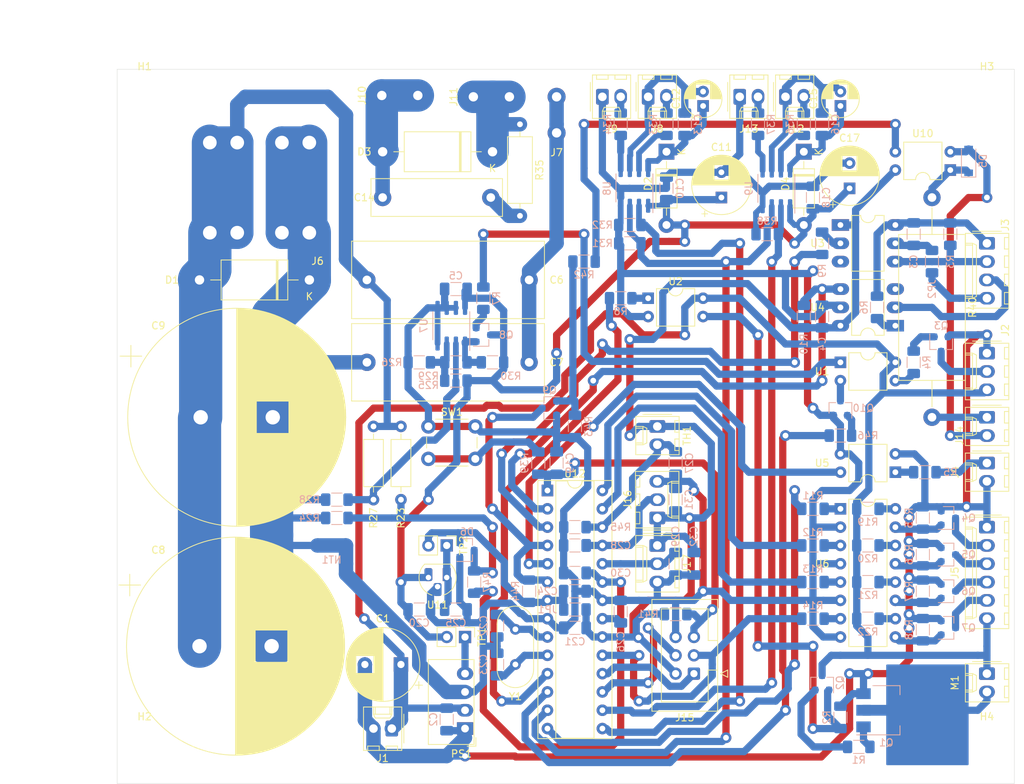
<source format=kicad_pcb>
(kicad_pcb (version 20221018) (generator pcbnew)
  (layers (0 "F.Cu" signal) (31 "B.Cu" signal) (34 "B.Paste" user) (35 "F.Paste" user) (36 "B.SilkS" user "B.Silkscreen") (37 "F.SilkS" user "F.Silkscreen") (38 "B.Mask" user) (39 "F.Mask" user) (44 "Edge.Cuts" user))
  (net 0 "")
  (net 1 "GND")
  (net 2 "+12V")
  (net 3 "/3V3_UART")
  (net 4 "GNDPWR")
  (net 5 "+5P")
  (net 6 "+12P")
  (net 7 "Earth")
  (net 8 "/H-bridge/DC+")
  (net 9 "Net-(C12-Pad1)")
  (net 10 "Net-(C14-Pad1)")
  (net 11 "Net-(C15-Pad1)")
  (net 12 "/AVR MCU/~{RST}")
  (net 13 "Net-(C22-Pad1)")
  (net 14 "Net-(C23-Pad1)")
  (net 15 "Net-(C25-Pad1)")
  (net 16 "Net-(C26-Pad1)")
  (net 17 "/AVR MCU/ADC3_NTC1")
  (net 18 "/AVR MCU/ADC2_ACS712_2")
  (net 19 "/AVR MCU/ADC1_ACS712")
  (net 20 "/AVR MCU/ADC0_VSENSE")
  (net 21 "Net-(D5-Pad2)")
  (net 22 "Net-(D5-Pad1)")
  (net 23 "/AVR MCU/VSENSE")
  (net 24 "Net-(J2-Pad2)")
  (net 25 "/TX")
  (net 26 "/RX")
  (net 27 "/ENABLE")
  (net 28 "/REL1")
  (net 29 "/REL2")
  (net 30 "/REL3")
  (net 31 "/REL4")
  (net 32 "/AVR MCU/MOSI")
  (net 33 "/AVR MCU/REL4")
  (net 34 "/AVR MCU/MISO")
  (net 35 "Net-(M1-Pad2)")
  (net 36 "Net-(PS1-Pad4)")
  (net 37 "Net-(Q1-Pad1)")
  (net 38 "Net-(Q2-Pad2)")
  (net 39 "Net-(Q2-Pad1)")
  (net 40 "Net-(Q3-Pad1)")
  (net 41 "Net-(Q4-Pad1)")
  (net 42 "Net-(Q5-Pad1)")
  (net 43 "Net-(Q6-Pad1)")
  (net 44 "Net-(Q7-Pad1)")
  (net 45 "/H-bridge/~{OVP}")
  (net 46 "Net-(Q8-Pad1)")
  (net 47 "/AVR MCU/RPM")
  (net 48 "/AVR MCU/SHORT")
  (net 49 "Net-(R4-Pad1)")
  (net 50 "Net-(R5-Pad1)")
  (net 51 "Net-(R6-Pad2)")
  (net 52 "Net-(R7-Pad2)")
  (net 53 "Net-(R8-Pad2)")
  (net 54 "/AVR MCU/FAN")
  (net 55 "Net-(R9-Pad2)")
  (net 56 "/AVR MCU/TX")
  (net 57 "/AVR MCU/RX")
  (net 58 "/AVR MCU/REL1")
  (net 59 "Net-(R11-Pad1)")
  (net 60 "/AVR MCU/REL2")
  (net 61 "Net-(R12-Pad1)")
  (net 62 "/AVR MCU/REL3")
  (net 63 "Net-(R13-Pad1)")
  (net 64 "Net-(R14-Pad1)")
  (net 65 "Net-(R19-Pad2)")
  (net 66 "Net-(R20-Pad2)")
  (net 67 "Net-(R21-Pad2)")
  (net 68 "Net-(R22-Pad2)")
  (net 69 "Net-(R25-Pad2)")
  (net 70 "Net-(R27-Pad2)")
  (net 71 "/AVR MCU/~{SD}")
  (net 72 "/H-bridge/IN1")
  (net 73 "Net-(R33-Pad2)")
  (net 74 "Net-(R34-Pad2)")
  (net 75 "Net-(R36-Pad1)")
  (net 76 "Net-(R37-Pad1)")
  (net 77 "/H-bridge/IN2")
  (net 78 "Net-(R39-Pad2)")
  (net 79 "Net-(R42-Pad2)")
  (net 80 "/AVR MCU/~{SHORT}")
  (net 81 "/AVR MCU/~{ENABLE}")
  (net 82 "Net-(U3-Pad3)")
  (net 83 "/H-bridge/DC-")
  (net 84 "Net-(C14-Pad2)")
  (net 85 "Net-(D3-Pad1)")
  (net 86 "Net-(J9-Pad2)")
  (net 87 "Net-(C12-Pad2)")
  (net 88 "Net-(C15-Pad2)")
  (net 89 "Net-(J8-Pad2)")
  (net 90 "Net-(J12-Pad2)")
  (net 91 "Net-(J13-Pad2)")
  (net 92 "Net-(J14-Pad1)")
  (net 93 "Net-(Q9-Pad1)")
  (net 94 "Net-(Q10-Pad1)")
  (net 95 "Net-(U4-Pad3)")
  (net 96 "/GND_UART")
  (net 97 "Net-(J3-Pad4)")
  (footprint "Capacitor_THT:C_Rect_L26.5mm_W10.5mm_P22.50mm_MKS4" (layer "F.Cu") (at 110.85 83.82)
    (fp_text reference "C6")
    (fp_text value "100n / 275VAC")
  )
  (footprint "Capacitor_THT:CP_Radial_D8.0mm_P3.50mm" (layer "F.Cu") (at 160.02 72.39 90)
    (fp_text reference "C11")
    (fp_text value "220u")
  )
  (footprint "Capacitor_THT:CP_Radial_D8.0mm_P3.50mm" (layer "F.Cu") (at 177.8 71.12 90)
    (fp_text reference "C17")
    (fp_text value "220u")
  )
  (footprint "Diode_THT:D_DO-41_SOD81_P10.16mm_Horizontal" (layer "F.Cu") (at 152.4 66.04 -90)
    (fp_text reference "D2")
    (fp_text value "UF4004")
  )
  (footprint "Diode_THT:D_DO-41_SOD81_P10.16mm_Horizontal" (layer "F.Cu") (at 171.45 66.04 -90)
    (fp_text reference "D4")
    (fp_text value "UF4004")
  )
  (footprint "Connector_Molex:Molex_KK-254_AE-6410-02A_1x02_P2.54mm_Vertical" (layer "F.Cu") (at 114.3 146.05 180)
    (fp_text reference "J1")
    (fp_text value "12V IN")
  )
  (footprint "Connector_Molex:Molex_KK-254_AE-6410-02A_1x02_P2.54mm_Vertical" (layer "F.Cu") (at 196.85 109.22 -90)
    (fp_text reference "J4")
    (fp_text value "ENABLE")
  )
  (footprint "Connector_Molex:Molex_KK-254_AE-6410-06A_1x06_P2.54mm_Vertical" (layer "F.Cu") (at 196.85 118.11 -90)
    (fp_text reference "J5")
    (fp_text value "RELAYS")
  )
  (footprint "ondra:DG270-10.0-02P-14-00A" (layer "F.Cu") (at 102.86 77.27 180)
    (fp_text reference "J6")
    (fp_text value "DC IN")
  )
  (footprint "Connector_Molex:Molex_KK-254_AE-6410-02A_1x02_P2.54mm_Vertical" (layer "F.Cu") (at 196.85 102.87 -90)
    (fp_text reference "J14")
    (fp_text value "AC frequency sense")
  )
  (footprint "Connector_Molex:Molex_KK-254_AE-6410-02A_1x02_P2.54mm_Vertical" (layer "F.Cu") (at 196.85 138.43 -90)
    (fp_text reference "M1")
    (fp_text value "12V / 0,9A max")
  )
  (footprint "Converter_DCDC:Converter_DCDC_Murata_MEE1SxxxxSC_THT" (layer "F.Cu") (at 124.46 146.05 180)
    (fp_text reference "PS1")
    (fp_text value "TBA 1-1212")
  )
  (footprint "Resistor_THT:R_Axial_DIN0207_L6.3mm_D2.5mm_P10.16mm_Horizontal" (layer "F.Cu") (at 115.57 104.14 -90)
    (fp_text reference "R23")
    (fp_text value "100k / 0,6W")
  )
  (footprint "Resistor_THT:R_Axial_DIN0207_L6.3mm_D2.5mm_P10.16mm_Horizontal" (layer "F.Cu") (at 111.76 104.14 -90)
    (fp_text reference "R27")
    (fp_text value "100k / 0,6W")
  )
  (footprint "Connector_PinHeader_2.54mm:PinHeader_1x02_P2.54mm_Vertical" (layer "F.Cu") (at 124.46 133.35 -90)
    (fp_text reference "TP1")
    (fp_text value "TestPoint_2Pole")
  )
  (footprint "Connector_PinHeader_2.54mm:PinHeader_1x02_P2.54mm_Vertical" (layer "F.Cu") (at 121.92 120.65 -90)
    (fp_text reference "TP2")
    (fp_text value "TestPoint_2Pole")
  )
  (footprint "Package_TO_SOT_THT:TO-92L_HandSolder" (layer "F.Cu") (at 121.92 125.095 180)
    (fp_text reference "U11")
    (fp_text value "L78L05_TO92")
  )
  (footprint "Capacitor_THT:CP_Radial_D30.0mm_P10.00mm_SnapIn" (layer "F.Cu") (at 87.63 134.62)
    (fp_text reference "C8")
    (fp_text value "470u / 250V")
  )
  (footprint "MountingHole:MountingHole_3.2mm_M3" (layer "F.Cu") (at 80.01 58.42)
    (fp_text reference "H1")
    (fp_text value "MountingHole")
  )
  (footprint "MountingHole:MountingHole_3.2mm_M3" (layer "F.Cu") (at 80.01 148.59)
    (fp_text reference "H2")
    (fp_text value "MountingHole")
  )
  (footprint "MountingHole:MountingHole_3.2mm_M3" (layer "F.Cu") (at 196.85 58.42)
    (fp_text reference "H3")
    (fp_text value "MountingHole")
  )
  (footprint "MountingHole:MountingHole_3.2mm_M3" (layer "F.Cu") (at 196.85 148.59)
    (fp_text reference "H4")
    (fp_text value "MountingHole")
  )
  (footprint "Connector_Molex:Molex_KK-254_AE-6410-02A_1x02_P2.54mm_Vertical" (layer "F.Cu") (at 149.86 58.42)
    (fp_text reference "J8")
    (fp_text value "G #Q1")
  )
  (footprint "Connector_Molex:Molex_KK-254_AE-6410-02A_1x02_P2.54mm_Vertical" (layer "F.Cu") (at 143.51 58.42)
    (fp_text reference "J9")
    (fp_text value "G #Q2")
  )
  (footprint "Connector_Molex:Molex_KK-254_AE-6410-02A_1x02_P2.54mm_Vertical" (layer "F.Cu") (at 162.56 58.42)
    (fp_text reference "J13")
    (fp_text value "G #Q4")
  )
  (footprint "Capacitor_THT:CP_Radial_D30.0mm_P10.00mm_SnapIn" (layer "F.Cu") (at 87.79 102.87)
    (fp_text reference "C9")
    (fp_text value "470u / 250V")
  )
  (footprint "Diode_THT:D_DO-201AE_P15.24mm_Horizontal" (layer "F.Cu") (at 102.87 83.82 180)
    (fp_text reference "D1")
    (fp_text value "1.5KE200CA")
  )
  (footprint "Diode_THT:D_DO-201AE_P15.24mm_Horizontal" (layer "F.Cu") (at 128.27 66.04 180)
    (fp_text reference "D3")
    (fp_text value "1.5KE200CA")
  )
  (footprint "Capacitor_THT:C_Rect_L18.0mm_W5.0mm_P15.00mm_FKS3_FKP3" (layer "F.Cu") (at 128.03 72.39 180)
    (fp_text reference "C14")
    (fp_text value "15n / 300VAC")
  )
  (footprint "Package_DIP:DIP-16_W7.62mm" (layer "F.Cu") (at 176.53 115.57)
    (fp_text reference "U6")
    (fp_text value "LTV-847")
  )
  (footprint "Resistor_THT:R_Axial_DIN0922_L20.0mm_D9.0mm_P30.48mm_Horizontal" (layer "F.Cu") (at 189.23 72.39 -90)
    (fp_text reference "R40")
    (fp_text value "22k 5W")
  )
  (footprint "Connector_Molex:Molex_KK-254_AE-6410-04A_1x04_P2.54mm_Vertical" (layer "F.Cu") (at 196.85 78.74 -90)
    (fp_text reference "J3")
    (fp_text value "UART")
  )
  (footprint "Package_DIP:DIP-6_W7.62mm_LongPads" (layer "F.Cu") (at 176.53 76.2)
    (fp_text reference "U3")
    (fp_text value "H11L1")
  )
  (footprint "Package_DIP:DIP-6_W7.62mm_LongPads" (layer "F.Cu") (at 184.15 90.17 180)
    (fp_text reference "U4")
    (fp_text value "H11L1")
  )
  (footprint "ondra:FS1536" (layer "F.Cu") (at 125.615 58.42 90)
    (fp_text reference "J11")
    (fp_text value "AC2")
  )
  (footprint "ondra:FS1536" (layer "F.Cu") (at 137.16 63.42 180)
    (fp_text reference "J7")
    (fp_text value "PE")
  )
  (footprint "Capacitor_THT:CP_Radial_D5.0mm_P2.00mm" (layer "F.Cu") (at 176.53 59.69 90)
    (fp_text reference "C15")
    (fp_text value "22u / 35V")
  )
  (footprint "Package_DIP:DIP-4_W7.62mm" (layer "F.Cu") (at 176.53 95.25)
    (fp_text reference "U1")
    (fp_text value "LTV-817")
  )
  (footprint "Package_DIP:DIP-4_W7.62mm" (layer "F.Cu") (at 149.86 86.36)
    (fp_text reference "U2")
    (fp_text value "LTV-817")
  )
  (footprint "Package_DIP:DIP-4_W7.62mm" (layer "F.Cu") (at 184.15 110.49 180)
    (fp_text reference "U5")
    (fp_text value "LTV-817")
  )
  (footprint "Connector_Molex:Molex_KK-254_AE-6410-02A_1x02_P2.54mm_Vertical" (layer "F.Cu") (at 168.91 58.42)
    (fp_text reference "J12")
    (fp_text value "G #Q3")
  )
  (footprint "Capacitor_THT:CP_Radial_D5.0mm_P2.00mm" (layer "F.Cu") (at 157.48 59.69 90)
    (fp_text reference "C12")
    (fp_text value "22u / 35V")
  )
  (footprint "Capacitor_THT:C_Rect_L26.5mm_W10.5mm_P22.50mm_MKS4" (layer "F.Cu") (at 133.35 95.25 180)
    (fp_text reference "C7")
    (fp_text value "100n / 275VAC")
  )
  (footprint "Connector_IDC:IDC-Header_2x03_P2.54mm_Vertical" (layer "F.Cu") (at 156.21 138.43 180)
    (fp_text reference "J15")
    (fp_text value "AVR-ISP-6")
  )
  (footprint "Connector_Molex:Molex_KK-254_AE-6410-03A_1x03_P2.54mm_Vertical" (layer "F.Cu") (at 151.13 116.84 90)
    (fp_text reference "J16")
    (fp_text value "ACS712_2")
  )
  (footprint "Connector_Molex:Molex_KK-254_AE-6410-03A_1x03_P2.54mm_Vertical" (layer "F.Cu") (at 151.13 120.65 -90)
    (fp_text reference "J17")
    (fp_text value "ACS712")
  )
  (footprint "Button_Switch_THT:SW_PUSH_6mm_H4.3mm" (layer "F.Cu") (at 119.38 104.14)
    (fp_text reference "SW1")
    (fp_text value "AVR RESET")
  )
  (footprint "Connector_Molex:Molex_KK-254_AE-6410-02A_1x02_P2.54mm_Vertical" (layer "F.Cu") (at 151.13 104.14 -90)
    (fp_text reference "TH1")
    (fp_text value "TT7-10KC3-11")
  )
  (footprint "Capacitor_THT:CP_Radial_D10.0mm_P5.00mm" (layer "F.Cu") (at 115.57 137.16 180)
    (fp_text reference "C1")
    (fp_text value "470u / 25V")
  )
  (footprint "Package_DIP:DIP-28_W7.62mm_Socket" (layer "F.Cu") (at 135.89 113.03)
    (fp_text reference "U12")
    (fp_text value "ATmega8-16PU")
  )
  (footprint "Resistor_THT:R_Axial_DIN0309_L9.0mm_D3.2mm_P12.70mm_Horizontal" (layer "F.Cu") (at 132.08 62.23 -90)
    (fp_text reference "R35")
    (fp_text value "10")
  )
  (footprint "ondra:FS1536" (layer "F.Cu") (at 112.915 58.235 90)
    (fp_text reference "J10")
    (fp_text value "AC1")
  )
  (footprint "Package_DIP:DIP-4_W7.62mm" (layer "F.Cu") (at 191.77 68.58 180)
    (fp_text reference "U10")
    (fp_text value "LTV-817")
  )
  (footprint "Connector_Molex:Molex_KK-254_AE-6410-03A_1x03_P2.54mm_Vertical" (layer "F.Cu") (at 196.85 93.98 -90)
    (fp_text reference "J2")
    (fp_text value "~{SHORT}")
  )
  (footprint "Crystal:Crystal_HC49-U_Vertical" (layer "F.Cu") (at 131.445 132.28 -90)
    (fp_text reference "Y1")
    (fp_text value "16MHz")
  )
  (footprint "Capacitor_SMD:C_1206_3216Metric_Pad1.33x1.80mm_HandSolder" (layer "B.Cu") (at 121.92 144.78 -90)
    (fp_text reference "C2")
    (fp_text value "100n")
  )
  (footprint "Capacitor_SMD:C_1206_3216Metric_Pad1.33x1.80mm_HandSolder" (layer "B.Cu") (at 154.94 62.23 90)
    (fp_text reference "C13")
    (fp_text value "1u / 25V")
  )
  (footprint "Capacitor_SMD:C_1206_3216Metric_Pad1.33x1.80mm_HandSolder" (layer "B.Cu") (at 173.99 62.23 90)
    (fp_text reference "C16")
    (fp_text value "1u / 25V")
  )
  (footprint "Capacitor_SMD:C_1206_3216Metric_Pad1.33x1.80mm_HandSolder" (layer "B.Cu") (at 172.72 72.39 90)
    (fp_text reference "C18")
    (fp_text value "100n")
  )
  (footprint "Capacitor_SMD:C_1206_3216Metric_Pad1.33x1.80mm_HandSolder" (layer "B.Cu") (at 118.11 129.54)
    (fp_text reference "C20")
    (fp_text value "330n")
  )
  (footprint "Capacitor_SMD:C_1206_3216Metric_Pad1.33x1.80mm_HandSolder" (layer "B.Cu") (at 123.19 129.54)
    (fp_text reference "C25")
    (fp_text value "100n")
  )
  (footprint "Package_TO_SOT_SMD:SOT-23" (layer "B.Cu") (at 191.5 116.84)
    (fp_text reference "Q4")
    (fp_text value "BC846")
  )
  (footprint "Resistor_SMD:R_1206_3216Metric_Pad1.30x1.75mm_HandSolder" (layer "B.Cu") (at 187.96 116.84 90)
    (fp_text reference "R15")
    (fp_text value "1M")
  )
  (footprint "Resistor_SMD:R_1206_3216Metric_Pad1.30x1.75mm_HandSolder" (layer "B.Cu") (at 187.96 121.92 90)
    (fp_text reference "R16")
    (fp_text value "1M")
  )
  (footprint "Resistor_SMD:R_1206_3216Metric_Pad1.30x1.75mm_HandSolder" (layer "B.Cu") (at 187.96 127 90)
    (fp_text reference "R17")
    (fp_text value "1M")
  )
  (footprint "Resistor_SMD:R_1206_3216Metric_Pad1.30x1.75mm_HandSolder" (layer "B.Cu") (at 187.96 132.334 90)
    (fp_text reference "R18")
    (fp_text value "1M")
  )
  (footprint "Resistor_SMD:R_1206_3216Metric_Pad1.30x1.75mm_HandSolder" (layer "B.Cu") (at 106.68 116.84 180)
    (fp_text reference "R24")
    (fp_text value "3k3")
  )
  (footprint "Resistor_SMD:R_1206_3216Metric_Pad1.30x1.75mm_HandSolder" (layer "B.Cu") (at 106.68 114.3 180)
    (fp_text reference "R28")
    (fp_text value "3k3")
  )
  (footprint "Resistor_SMD:R_1206_3216Metric_Pad1.30x1.75mm_HandSolder" (layer "B.Cu") (at 146.05 62.23 -90)
    (fp_text reference "R34")
    (fp_text value "10")
  )
  (footprint "Resistor_SMD:R_1206_3216Metric_Pad1.30x1.75mm_HandSolder" (layer "B.Cu") (at 166.37 77.47 180)
    (fp_text reference "R38")
    (fp_text value "10k")
  )
  (footprint "Resistor_SMD:R_1206_3216Metric_Pad1.30x1.75mm_HandSolder" (layer "B.Cu") (at 125.73 125.73 90)
    (fp_text reference "R47")
    (fp_text value "1k")
  )
  (footprint "Package_SO:SOIC-8_3.9x4.9mm_P1.27mm" (layer "B.Cu") (at 147.955 71.055 90)
    (fp_text reference "U8")
    (fp_text value "IR2104")
  )
  (footprint "Package_SO:SOIC-8_3.9x4.9mm_P1.27mm" (layer "B.Cu") (at 167.64 71.12 90)
    (fp_text reference "U9")
    (fp_text value "IR2104")
  )
  (footprint "Resistor_SMD:R_1206_3216Metric_Pad1.30x1.75mm_HandSolder" (layer "B.Cu") (at 165.1 62.23 90)
    (fp_text reference "R37")
    (fp_text value "10")
  )
  (footprint "NetTie:NetTie-2_SMD_Pad2.0mm" (layer "B.Cu") (at 105.95 120.65)
    (fp_text reference "NT1")
    (fp_text value "Net-Tie_2")
  )
  (footprint "Resistor_SMD:R_1206_3216Metric_Pad1.30x1.75mm_HandSolder" (layer "B.Cu") (at 152.4 62.23 -90)
    (fp_text reference "R33")
    (fp_text value "10")
  )
  (footprint "Package_TO_SOT_SMD:SOT-223-3_TabPin2" (layer "B.Cu") (at 182.88 143.51)
    (fp_text reference "Q1")
    (fp_text value "BCP56-16")
  )
  (footprint "Package_TO_SOT_SMD:SOT-23" (layer "B.Cu") (at 173.99 139.7 90)
    (fp_text reference "Q2")
    (fp_text value "BC847")
  )
  (footprint "Resistor_SMD:R_1206_3216Metric_Pad1.30x1.75mm_HandSolder" (layer "B.Cu") (at 179.07 148.59)
    (fp_text reference "R1")
    (fp_text value "1k")
  )
  (footprint "Resistor_SMD:R_1206_3216Metric_Pad1.30x1.75mm_HandSolder" (layer "B.Cu") (at 176.53 144.5 90)
    (fp_text reference "R2")
    (fp_text value "1M")
  )
  (footprint "Resistor_SMD:R_1206_3216Metric_Pad1.30x1.75mm_HandSolder" (layer "B.Cu") (at 180.34 130.81)
    (fp_text reference "R22")
    (fp_text value "10k")
  )
  (footprint "Diode_SMD:D_SOD-123" (layer "B.Cu") (at 194.31 67.31 90)
    (fp_text reference "D5")
    (fp_text value "1N4148W")
  )
  (footprint "Resistor_SMD:R_1206_3216Metric_Pad1.30x1.75mm_HandSolder" (layer "B.Cu") (at 127 86.36 90)
    (fp_text reference "R7")
    (fp_text value "3k3")
  )
  (footprint "Resistor_SMD:R_1206_3216Metric_Pad1.30x1.75mm_HandSolder" (layer "B.Cu") (at 146.05 86.36)
    (fp_text reference "R8")
    (fp_text value "1k5")
  )
  (footprint "Resistor_SMD:R_1206_3216Metric_Pad1.30x1.75mm_HandSolder" (layer "B.Cu") (at 172.72 115.57 180)
    (fp_text reference "R11")
    (fp_text value "1k5")
  )
  (footprint "Resistor_SMD:R_1206_3216Metric_Pad1.30x1.75mm_HandSolder" (layer "B.Cu") (at 172.72 120.65 180)
    (fp_text reference "R12")
    (fp_text value "1k5")
  )
  (footprint "Resistor_SMD:R_1206_3216Metric_Pad1.30x1.75mm_HandSolder" (layer "B.Cu") (at 172.72 125.73 180)
    (fp_text reference "R13")
    (fp_text value "1k5")
  )
  (footprint "Resistor_SMD:R_1206_3216Metric_Pad1.30x1.75mm_HandSolder" (layer "B.Cu") (at 172.72 130.81 180)
    (fp_text reference "R14")
    (fp_text value "1k5")
  )
  (footprint "Resistor_SMD:R_1206_3216Metric_Pad1.30x1.75mm_HandSolder" (layer "B.Cu") (at 180.34 115.57)
    (fp_text reference "R19")
    (fp_text value "10k")
  )
  (footprint "Resistor_SMD:R_1206_3216Metric_Pad1.30x1.75mm_HandSolder" (layer "B.Cu") (at 180.34 120.65)
    (fp_text reference "R20")
    (fp_text value "10k")
  )
  (footprint "Resistor_SMD:R_1206_3216Metric_Pad1.30x1.75mm_HandSolder" (layer "B.Cu") (at 180.34 125.73)
    (fp_text reference "R21")
    (fp_text value "10k")
  )
  (footprint "Capacitor_SMD:C_1206_3216Metric_Pad1.33x1.80mm_HandSolder" (layer "B.Cu") (at 173.99 88.9 90)
    (fp_text reference "C4")
    (fp_text value "100n")
  )
  (footprint "Resistor_SMD:R_1206_3216Metric_Pad1.30x1.75mm_HandSolder" (layer "B.Cu") (at 191.77 77.47 -90)
    (fp_text reference "R3")
    (fp_text value "4k7")
  )
  (footprint "Resistor_SMD:R_1206_3216Metric_Pad1.30x1.75mm_HandSolder" (layer "B.Cu") (at 181.61 87.63 -90)
    (fp_text reference "R6")
    (fp_text value "470")
  )
  (footprint "Resistor_SMD:R_1206_3216Metric_Pad1.30x1.75mm_HandSolder" (layer "B.Cu") (at 173.99 78.74 90)
    (fp_text reference "R9")
    (fp_text value "1k")
  )
  (footprint "Resistor_SMD:R_1206_3216Metric_Pad1.30x1.75mm_HandSolder" (layer "B.Cu") (at 171.45 88.9 90)
    (fp_text reference "R10")
    (fp_text value "10k")
  )
  (footprint "Capacitor_SMD:C_1206_3216Metric_Pad1.33x1.80mm_HandSolder" (layer "B.Cu") (at 152.4 71.12 90)
    (fp_text reference "C10")
    (fp_text value "100n")
  )
  (footprint "Package_TO_SOT_SMD:SOT-23" (layer "B.Cu") (at 124.73 121.285)
    (fp_text reference "D6")
    (fp_text value "BAV99")
  )
  (footprint "Resistor_SMD:R_1206_3216Metric_Pad1.30x1.75mm_HandSolder" (layer "B.Cu") (at 171.45 62.23 90)
    (fp_text reference "R36")
    (fp_text value "10")
  )
  (footprint "Resistor_SMD:R_1206_3216Metric_Pad1.30x1.75mm_HandSolder" (layer "B.Cu") (at 123.19 97.79 180)
    (fp_text reference "R25")
    (fp_text value "47k")
  )
  (footprint "Resistor_SMD:R_1206_3216Metric_Pad1.30x1.75mm_HandSolder" (layer "B.Cu") (at 153.67 130.175)
    (fp_text reference "R41")
    (fp_text value "10k")
  )
  (footprint "Resistor_SMD:R_1206_3216Metric_Pad1.30x1.75mm_HandSolder" (layer "B.Cu") (at 133.35 127 90)
    (fp_text reference "R44")
    (fp_text value "10k")
  )
  (footprint "Resistor_SMD:R_1206_3216Metric_Pad1.30x1.75mm_HandSolder" (layer "B.Cu") (at 118.11 95.25 180)
    (fp_text reference "R26")
    (fp_text value "22k")
  )
  (footprint "Resistor_SMD:R_1206_3216Metric_Pad1.30x1.75mm_HandSolder" (layer "B.Cu") (at 140.97 81.28)
    (fp_text reference "R42")
    (fp_text value "10k")
  )
  (footprint "Resistor_SMD:R_1206_3216Metric_Pad1.30x1.75mm_HandSolder" (layer "B.Cu") (at 134.62 109.22 90)
    (fp_text reference "R39")
    (fp_text value "330")
  )
  (footprint "Resistor_SMD:R_1206_3216Metric_Pad1.30x1.75mm_HandSolder" (layer "B.Cu") (at 128.27 95.25 180)
    (fp_text reference "R30")
    (fp_text value "3k3")
  )
  (footprint "Capacitor_SMD:C_1206_3216Metric_Pad1.33x1.80mm_HandSolder" (layer "B.Cu") (at 123.19 85.09 180)
    (fp_text reference "C5")
    (fp_text value "100n")
  )
  (footprint "Capacitor_SMD:C_1206_3216Metric_Pad1.33x1.80mm_HandSolder" (layer "B.Cu") (at 137.16 109.22 90)
    (fp_text reference "C19")
    (fp_text value "100n")
  )
  (footprint "Capacitor_SMD:C_1206_3216Metric_Pad1.33x1.80mm_HandSolder" (layer "B.Cu") (at 139.7 132.08 180)
    (fp_text reference "C21")
    (fp_text value "100n")
  )
  (footprint "Capacitor_SMD:C_1206_3216Metric_Pad1.33x1.80mm_HandSolder" (layer "B.Cu") (at 128.905 131.7875 -90)
    (fp_text reference "C22")
    (fp_text value "22p")
  )
  (footprint "Capacitor_SMD:C_1206_3216Metric_Pad1.33x1.80mm_HandSolder" (layer "B.Cu") (at 128.905 137.16 90)
    (fp_text reference "C23")
    (fp_text value "22p")
  )
  (footprint "Capacitor_SMD:C_1206_3216Metric_Pad1.33x1.80mm_HandSolder" (layer "B.Cu") (at 146.05 129.8325 90)
    (fp_text reference "C26")
    (fp_text value "100n")
  )
  (footprint "Capacitor_SMD:C_1206_3216Metric_Pad1.33x1.80mm_HandSolder" (layer "B.Cu") (at 153.67 109.22 -90)
    (fp_text reference "C27")
    (fp_text value "100n")
  )
  (footprint "Capacitor_SMD:C_1206_3216Metric_Pad1.33x1.80mm_HandSolder" (layer "B.Cu") (at 139.7 120.65 180)
    (fp_text reference "C28")
    (fp_text value "10n")
  )
  (footprint "Capacitor_SMD:C_1206_3216Metric_Pad1.33x1.80mm_HandSolder" (layer "B.Cu") (at 153.67 123.19 -90)
    (fp_text reference "C29")
    (fp_text value "10n")
  )
  (footprint "Capacitor_SMD:C_1206_3216Metric_Pad1.33x1.80mm_HandSolder" (layer "B.Cu") (at 139.7 124.46 180)
    (fp_text reference "C30")
    (fp_text value "10n")
  )
  (footprint "Capacitor_SMD:C_1206_3216Metric_Pad1.33x1.80mm_HandSolder" (layer "B.Cu") (at 153.67 114.3 90)
    (fp_text reference "C31")
    (fp_text value "100n")
  )
  (footprint "Capacitor_SMD:C_1206_3216Metric_Pad1.33x1.80mm_HandSolder" (layer "B.Cu") (at 156.21 123.19 -90)
    (fp_text reference "C32")
    (fp_text value "100n")
  )
  (footprint "Package_TO_SOT_SMD:SOT-23" (layer "B.Cu") (at 127 91.44)
    (fp_text reference "Q8")
    (fp_text value "BC846")
  )
  (footprint "Package_TO_SOT_SMD:SOT-23" (layer "B.Cu") (at 176.53 101.6 90)
    (fp_text reference "Q10")
    (fp_text value "BC846")
  )
  (footprint "Resistor_SMD:R_1206_3216Metric_Pad1.30x1.75mm_HandSolder" (layer "B.Cu") (at 139.7 118.11 180)
    (fp_text reference "R45")
    (fp_text value "4k7")
  )
  (footprint "Resistor_SMD:R_1206_3216Metric_Pad1.30x1.75mm_HandSolder" (layer "B.Cu") (at 123.19 95.25 180)
    (fp_text reference "R29")
    (fp_text value "47k")
  )
  (footprint "Resistor_SMD:R_1206_3216Metric_Pad1.30x1.75mm_HandSolder" (layer "B.Cu") (at 139.7 104.14 -90)
    (fp_text reference "R43")
    (fp_text value "100k")
  )
  (footprint "Package_SO:SOIC-8_3.9x4.9mm_P1.27mm" (layer "B.Cu") (at 122.555 90.17 90)
    (fp_text reference "U7")
    (fp_text value "LM393")
  )
  (footprint "Resistor_SMD:R_1206_3216Metric_Pad1.30x1.75mm_HandSolder" (layer "B.Cu") (at 139.7 129.54 180)
    (fp_text reference "JP1")
    (fp_text value "Jumper")
  )
  (footprint "Package_TO_SOT_SMD:SOT-23" (layer "B.Cu") (at 136.16 101.6 180)
    (fp_text reference "Q9")
    (fp_text value "BC847")
  )
  (footprint "Capacitor_SMD:C_1206_3216Metric_Pad1.33x1.80mm_HandSolder" (layer "B.Cu") (at 139.7 127)
    (fp_text reference "C24")
    (fp_text value "1u / 25V")
  )
  (footprint "Resistor_SMD:R_1206_3216Metric_Pad1.30x1.75mm_HandSolder" (layer "B.Cu") (at 147.32 76.2 180)
    (fp_text reference "R32")
    (fp_text value "10k")
  )
  (footprint "Resistor_SMD:R_1206_3216Metric_Pad1.30x1.75mm_HandSolder" (layer "B.Cu") (at 147.32 78.74 180)
    (fp_text reference "R31")
    (fp_text value "10k")
  )
  (footprint "Resistor_SMD:R_1206_3216Metric_Pad1.30x1.75mm_HandSolder" (layer "B.Cu") (at 176.53 105.41 180)
    (fp_text reference "R46")
    (fp_text value "47k")
  )
  (footprint "Package_TO_SOT_SMD:SOT-23" (layer "B.Cu") (at 191.5 132.08)
    (fp_text reference "Q7")
    (fp_text value "BC846")
  )
  (footprint "Package_TO_SOT_SMD:SOT-23" (layer "B.Cu") (at 191.5 121.92)
    (fp_text reference "Q5")
    (fp_text value "BC846")
  )
  (footprint "Package_TO_SOT_SMD:SOT-23" (layer "B.Cu") (at 191.5 127)
    (fp_text reference "Q6")
    (fp_text value "BC846")
  )
  (footprint "Capacitor_SMD:C_1206_3216Metric_Pad1.33x1.80mm_HandSolder" (layer "B.Cu") (at 186.69 77.47 -90)
    (fp_text reference "C3")
    (fp_text value "100n")
  )
  (footprint "Resistor_SMD:R_1206_3216Metric_Pad1.30x1.75mm_HandSolder" (layer "B.Cu") (at 189.23 81.28 -90)
    (fp_text reference "JP2")
    (fp_text value "Jumper")
  )
  (footprint "Resistor_SMD:R_1206_3216Metric_Pad1.30x1.75mm_HandSolder" (layer "B.Cu") (at 186.69 95.25 90)
    (fp_text reference "R4")
    (fp_text value "1k")
  )
  (footprint "Package_TO_SOT_SMD:SOT-23" (layer "B.Cu") (at 190.5 92.71 -90)
    (fp_text reference "Q3")
    (fp_text value "BC846")
  )
  (footprint "Resistor_SMD:R_1206_3216Metric_Pad1.30x1.75mm_HandSolder" (layer "B.Cu") (at 188.24 110.49)
    (fp_text reference "R5")
    (fp_text value "1k")
  )
  (gr_line (start 76.2 54.61) (end 76.2 153.67) (stroke (width 0.05)) (layer "Edge.Cuts"))
  (gr_line (start 76.2 153.67) (end 200.66 153.67) (stroke (width 0.05)) (layer "Edge.Cuts"))
  (gr_line (start 200.66 54.61) (end 76.2 54.61) (stroke (width 0.05)) (layer "Edge.Cuts"))
  (gr_line (start 200.66 153.67) (end 200.66 54.61) (stroke (width 0.05)) (layer "Edge.Cuts"))
  (segment (start 173.85999 149.99001) (end 177.8 146.05) (width 1) (layer "F.Cu") (net 1))
  (segment (start 180.34 138.43) (end 184.15 138.43) (width 1) (layer "F.Cu") (net 1))
  (segment (start 195.58 91.44) (end 194.03 92.99) (width 1) (layer "F.Cu") (net 1))
  (segment (start 196.85 91.44) (end 195.58 91.44) (width 1) (layer "F.Cu") (net 1))
  (segment (start 131.500097 149.99001) (end 173.85999 149.99001) (width 1) (layer "F.Cu") (net 1))
  (segment (start 186.100003 136.479997) (end 186.100003 132.125003) (width 1) (layer "F.Cu") (net 1))
  (segment (start 186.055 130.2) (end 186.055 126.9) (width 1) (layer "F.Cu") (net 1))
  (segment (start 177.8 146.05) (end 177.8 138.43) (width 1) (layer "F.Cu") (net 1))
  (segment (start 184.15 138.43) (end 186.100003 136.479997) (width 1) (layer "F.Cu") (net 1))
  (segment (start 186.100003 132.125003) (end 186.055 132.08) (width 1) (layer "F.Cu") (net 1))
  (segment (start 194.03 92.99) (end 194.03 115.29) (width 1) (layer "F.Cu") (net 1))
  (segment (start 131.370087 149.86) (end 131.500097 149.99001) (width 1) (layer "F.Cu") (net 1))
  (segment (start 186.055 125.12) (end 186.055 121.82) (width 1) (layer "F.Cu") (net 1))
  (segment (start 124.46 149.86) (end 131.370087 149.86) (width 1) (layer "F.Cu") (net 1))
  (segment (start 186.055 120.04) (end 186.055 116.74) (width 1) (layer "F.Cu") (net 1))
  (via (at 186.055 130.2) (size 1.5) (drill 0.8) (layers "F.Cu" "B.Cu") (net 1))
  (via (at 186.055 132.08) (size 1.5) (drill 0.8) (layers "F.Cu" "B.Cu") (net 1))
  (via (at 194.03 115.29) (size 1.5) (drill 0.8) (layers "F.Cu" "B.Cu") (net 1))
  (via (at 186.055 126.9) (size 1.5) (drill 0.8) (layers "F.Cu" "B.Cu") (net 1))
  (via (at 124.46 149.86) (size 1.5) (drill 0.8) (layers "F.Cu" "B.Cu") (net 1))
  (via (at 186.055 125.12) (size 1.5) (drill 0.8) (layers "F.Cu" "B.Cu") (net 1))
  (via (at 186.055 121.82) (size 1.5) (drill 0.8) (layers "F.Cu" "B.Cu") (net 1))
  (via (at 186.055 120.04) (size 1.5) (drill 0.8) (layers "F.Cu" "B.Cu") (net 1))
  (via (at 186.055 116.74) (size 1.5) (drill 0.8) (layers "F.Cu" "B.Cu") (net 1))
  (via (at 180.34 138.43) (size 1.5) (drill 0.8) (layers "F.Cu" "B.Cu") (net 1))
  (via (at 177.8 138.43) (size 1.5) (drill 0.8) (layers "F.Cu" "B.Cu") (net 1))
  (via (at 196.85 91.44) (size 1.5) (drill 0.8) (layers "F.Cu" "B.Cu") (net 1))
  (segment (start 179.73 139.04) (end 180.34 138.43) (width 1) (layer "B.Cu") (net 1))
  (segment (start 179.73 141.21) (end 179.73 139.04) (width 1) (layer "B.Cu") (net 1))
  (segment (start 196.85 115.57) (end 196.85 116.84) (width 1) (layer "B.Cu") (net 1))
  (segment (start 124.46 147.32) (end 124.46 146.05) (width 1) (layer "B.Cu") (net 1))
  (segment (start 191.72 91.44) (end 191.45 91.71) (width 1) (layer "B.Cu") (net 1))
  (segment (start 187.96 125.45) (end 186.385 125.45) (width 1) (layer "B.Cu") (net 1))
  (segment (start 192.76 115.29) (end 194.03 115.29) (width 1) (layer "B.Cu") (net 1))
  (segment (start 186.801362 107.95) (end 188.24 109.388638) (width 1) (layer "B.Cu") (net 1))
  (segment (start 196.85 93.98) (end 196.85 91.44) (width 1) (layer "B.Cu") (net 1))
  (segment (start 196.57 115.29) (end 196.85 115.57) (width 1) (layer "B.Cu") (net 1))
  (segment (start 186.055 132.08) (end 186.055 130.2) (width 1) (layer "B.Cu") (net 1))
  (segment (start 187.96 120.37) (end 189.9 120.37) (width 1) (layer "B.Cu") (net 1))
  (segment (start 188.24 109.388638) (end 188.24 115.01) (width 1) (layer "B.Cu") (net 1))
  (segment (start 110.57 137.16) (end 110.57 144.86) (width 2) (layer "B.Cu") (net 1))
  (segment (start 186.055 126.9) (end 186.055 125.12) (width 1) (layer "B.Cu") (net 1))
  (segment (start 190.5 115.57) (end 190.78 115.29) (width 1) (layer "B.Cu") (net 1))
  (segment (start 124.46 149.86) (end 124.46 147.32) (width 1) (layer "B.Cu") (net 1))
  (segment (start 189.9 120.37) (end 190.5 120.97) (width 1) (layer "B.Cu") (net 1))
  (segment (start 196.85 91.44) (end 191.72 91.44) (width 1) (layer "B.Cu") (net 1))
  (segment (start 186.055 116.205) (end 186.97 115.29) (width 1) (layer "B.Cu") (net 1))
  (segment (start 187.96 125.45) (end 189.9 125.45) (width 1) (layer "B.Cu") (net 1))
  (segment (start 196.85 111.76) (end 196.85 115.57) (width 1) (layer "B.Cu") (net 1))
  (segment (start 111.76 148.59) (end 111.76 146.05) (width 2) (layer "B.Cu") (net 1))
  (segment (start 123.19 148.59) (end 124.46 149.86) (width 1) (layer "B.Cu") (net 1))
  (segment (start 124.46 149.86) (end 121.92 149.86) (width 1) (layer "B.Cu") (net 1))
  (segment (start 187.96 130.784) (end 190.154 130.784) (width 1) (layer "B.Cu") (net 1))
  (segment (start 186.055 121.82) (end 186.055 120.04) (width 1) (layer "B.Cu") (net 1))
  (segment (start 187.96 130.784) (end 186.639 130.784) (width 1) (layer "B.Cu") (net 1))
  (segment (start 186.97 115.29) (end 187.96 115.29) (width 1) (layer "B.Cu") (net 1))
  (segment (start 186.385 125.45) (end 186.055 125.12) (width 1) (layer "B.Cu") (net 1))
  (segment (start 121.92 149.86) (end 113.03 149.86) (width 2) (layer "B.Cu") (net 1))
  (segment (start 123.19 148.59) (end 121.92 149.86) (width 2) (layer "B.Cu") (net 1))
  (segment (start 179.73 141.21) (end 178.27 141.21) (width 1) (layer "B.Cu") (net 1))
  (segment (start 124.1675 146.3425) (end 124.46 146.05) (width 1) (layer "B.Cu") (net 1))
  (segment (start 177.8 138.43) (end 180.34 138.43) (width 1) (layer "B.Cu") (net 1))
  (segment (start 113.03 149.86) (end 111.76 148.59) (width 2) (layer "B.Cu") (net 1))
  (segment (start 189.9 115.29) (end 190.78 115.29) (width 1) (layer "B.Cu") (net 1))
  (segment (start 186.639 130.784) (end 186.055 130.2) (width 1) (layer "B.Cu") (net 1))
  (segment (start 187.96 115.29) (end 189.9 115.29) (width 1) (layer "B.Cu") (net 1))
  (segment (start 188.24 115.01) (end 187.96 115.29) (width 1) (layer "B.Cu") (net 1))
  (segment (start 187.96 120.37) (end 186.385 120.37) (width 1) (layer "B.Cu") (net 1))
  (segment (start 194.03 115.29) (end 196.57 115.29) (width 1) (layer "B.Cu") (net 1))
  (segment (start 124.46 147.32) (end 123.19 148.59) (width 2) (layer "B.Cu") (net 1))
  (segment (start 186.055 116.74) (end 186.055 116.205) (width 1) (layer "B.Cu") (net 1))
  (segment (start 190.5 115.89) (end 190.5 115.57) (width 1) (layer "B.Cu") (net 1))
  (segment (start 121.92 146.3425) (end 124.1675 146.3425) (width 1) (layer "B.Cu") (net 1))
  (segment (start 189.9 125.45) (end 190.5 126.05) (width 1) (layer "B.Cu") (net 1))
  (segment (start 196.85 116.84) (end 196.85 118.11) (width 1) (layer "B.Cu") (net 1))
  (segment (start 186.385 120.37) (end 186.055 120.04) (width 1) (layer "B.Cu") (net 1))
  (segment (start 190.154 130.784) (end 190.5 131.13) (width 1) (layer "B.Cu") (net 1))
  (segment (start 190.78 115.29) (end 192.76 115.29) (width 1) (layer "B.Cu") (net 1))
  (segment (start 110.57 144.86) (end 111.76 146.05) (width 2) (layer "B.Cu") (net 1))
  (segment (start 184.15 107.95) (end 186.801362 107.95) (width 1) (layer "B.Cu") (net 1))
  (segment (start 178.27 141.21) (end 176.53 142.95) (width 1) (layer "B.Cu") (net 1))
  (segment (start 129.54 101.6) (end 135.799692 101.6) (width 1) (layer "F.Cu") (net 2))
  (segment (start 138.29999 99.099702) (end 138.29999 97.06201) (width 1) (layer "F.Cu") (net 2))
  (segment (start 141.859999 93.502001) (end 141.859999 90.647999) (width 1) (layer "F.Cu") (net 2))
  (segment (start 110.49 130.81) (end 109.740001 130.060001) (width 1) (layer "F.Cu") (net 2))
  (segment (start 146.212021 88.519999) (end 149.132022 91.44) (width 1) (layer "F.Cu") (net 2))
  (segment (start 127.097998 101.6) (end 127.477999 101.219999) (width 1) (layer "F.Cu") (net 2))
  (segment (start 109.740001 130.060001) (end 109.740001 103.643997) (width 1) (layer "F.Cu") (net 2))
  (segment (start 143.987999 88.519999) (end 146.212021 88.519999) (width 1) (layer "F.Cu") (net 2))
  (segment (start 109.740001 103.643997) (end 111.783998 101.6) (width 1) (layer "F.Cu") (net 2))
  (segment (start 135.799692 101.6) (end 138.29999 99.099702) (width 1) (layer "F.Cu") (net 2))
  (segment (start 127.477999 101.219999) (end 129.159999 101.219999) (width 1) (layer "F.Cu") (net 2))
  (segment (start 138.29999 97.06201) (end 141.859999 93.502001) (width 1) (layer "F.Cu") (net 2))
  (segment (start 141.859999 90.647999) (end 143.987999 88.519999) (width 1) (layer "F.Cu") (net 2))
  (segment (start 129.159999 101.219999) (end 129.54 101.6) (width 1) (layer "F.Cu") (net 2))
  (segment (start 149.132022 91.44) (end 154.94 91.44) (width 1) (layer "F.Cu") (net 2))
  (segment (start 111.783998 101.6) (end 127.097998 101.6) (width 1) (layer "F.Cu") (net 2))
  (via (at 154.94 91.44) (size 1.5) (drill 0.8) (layers "F.Cu" "B.Cu") (net 2))
  (via (at 110.49 130.81) (size 1.5) (drill 0.8) (layers "F.Cu" "B.Cu") (net 2))
  (segment (start 178.79 120.65) (end 178.79 115.57) (width 1) (layer "B.Cu") (net 2))
  (segment (start 178.79 125.73) (end 178.79 120.65) (width 1) (layer "B.Cu") (net 2))
  (segment (start 178.79 130.81) (end 178.79 125.73) (width 1) (layer "B.Cu") (net 2))
  (segment (start 180.34 135.89) (end 176.53 135.89) (width 1) (layer "B.Cu") (net 2))
  (segment (start 178.79 115.57) (end 178.79 114.58) (width 1) (layer "B.Cu") (net 2))
  (segment (start 184.15 95.25) (end 182.449999 96.950001) (width 1) (layer "B.Cu") (net 2))
  (segment (start 196.85 134.62) (end 196.85 130.81) (width 1) (layer "B.Cu") (net 2))
  (segment (start 115.57 143.51) (end 115.57 137.16) (width 2) (layer "B.Cu") (net 2))
  (segment (start 115.57 137.16) (end 115.57 135.89) (width 1) (layer "B.Cu") (net 2))
  (segment (start 124.1675 143.2175) (end 124.46 143.51) (width 1) (layer "B.Cu") (net 2))
  (segment (start 121.92 143.2175) (end 124.1675 143.2175) (width 1) (layer "B.Cu") (net 2))
  (segment (start 178.79 114.58) (end 180.47001 112.89999) (width 1) (layer "B.Cu") (net 2))
  (segment (start 195.58 135.89) (end 196.85 135.89) (width 1) (layer "B.Cu") (net 2))
  (segment (start 115.8625 143.2175) (end 115.57 143.51) (width 1) (layer "B.Cu") (net 2))
  (segment (start 180.47001 101.46999) (end 182.449999 99.490001) (width 1) (layer "B.Cu") (net 2))
  (segment (start 180.47001 112.89999) (end 180.47001 101.46999) (width 1) (layer "B.Cu") (net 2))
  (segment (start 180.34 133.35) (end 180.34 135.89) (width 1) (layer "B.Cu") (net 2))
  (segment (start 178.79 130.81) (end 178.79 131.8) (width 1) (layer "B.Cu") (net 2))
  (segment (start 180.34 135.89) (end 195.58 135.89) (width 1) (layer "B.Cu") (net 2))
  (segment (start 162.56 86.36) (end 168.91 92.71) (width 1) (layer "B.Cu") (net 2))
  (segment (start 196.85 135.89) (end 196.85 134.62) (width 1) (layer "B.Cu") (net 2))
  (segment (start 115.57 144.78) (end 115.57 143.51) (width 2) (layer "B.Cu") (net 2))
  (segment (start 196.85 99.06) (end 196.419999 99.490001) (width 1) (layer "B.Cu") (net 2))
  (segment (start 181.61 92.71) (end 184.15 95.25) (width 1) (layer "B.Cu") (net 2))
  (segment (start 156.21 86.36) (end 157.48 86.36) (width 1) (layer "B.Cu") (net 2))
  (segment (start 196.419999 99.490001) (end 182.449999 99.490001) (width 1) (layer "B.Cu") (net 2))
  (segment (start 178.79 131.8) (end 180.34 133.35) (width 1) (layer "B.Cu") (net 2))
  (segment (start 115.57 135.89) (end 110.49 130.81) (width 1) (layer "B.Cu") (net 2))
  (segment (start 175.26 135.89) (end 176.53 135.89) (width 1) (layer "B.Cu") (net 2))
  (segment (start 154.94 87.63) (end 156.21 86.36) (width 1) (layer "B.Cu") (net 2))
  (segment (start 157.48 86.36) (end 162.56 86.36) (width 1) (layer "B.Cu") (net 2))
  (segment (start 173.99 138.7) (end 173.99 137.16) (width 1) (layer "B.Cu") (net 2))
  (segment (start 168.91 92.71) (end 181.61 92.71) (width 1) (layer "B.Cu") (net 2))
  (segment (start 154.94 91.44) (end 154.94 87.63) (width 1) (layer "B.Cu") (net 2))
  (segment (start 114.3 146.05) (end 115.57 144.78) (width 2) (layer "B.Cu") (net 2))
  (segment (start 121.92 143.2175) (end 115.8625 143.2175) (width 1) (layer "B.Cu") (net 2))
  (segment (start 182.449999 96.950001) (end 182.449999 99.490001) (width 1) (layer "B.Cu") (net 2))
  (segment (start 173.99 137.16) (end 175.26 135.89) (width 1) (layer "B.Cu") (net 2))
  (segment (start 196.85 138.43) (end 196.85 135.89) (width 1) (layer "B.Cu") (net 2))
  (segment (start 189.23 75.92) (end 194.03 75.92) (width 1) (layer "B.Cu") (net 3))
  (segment (start 194.03 75.92) (end 194.31 76.2) (width 1) (layer "B.Cu") (net 3))
  (segment (start 191.7575 75.9075) (end 191.77 75.92) (width 1) (layer "B.Cu") (net 3))
  (segment (start 181.61 77.47) (end 182.88 76.2) (width 1) (layer "B.Cu") (net 3))
  (segment (start 183.8575 75.9075) (end 184.15 76.2) (width 1) (layer "B.Cu") (net 3))
  (segment (start 181.61 86.08) (end 181.61 77.47) (width 1) (layer "B.Cu") (net 3))
  (segment (start 184.4425 75.9075) (end 184.15 76.2) (width 1) (layer "B.Cu") (net 3))
  (segment (start 186.69 75.9075) (end 189.2175 75.9075) (width 1) (layer "B.Cu") (net 3))
  (segment (start 186.69 75.9075) (end 184.4425 75.9075) (width 1) (layer "B.Cu") (net 3))
  (segment (start 182.88 76.2) (end 184.15 76.2) (width 1) (layer "B.Cu") (net 3))
  (segment (start 194.31 76.2) (end 196.85 78.74) (width 1) (layer "B.Cu") (net 3))
  (segment (start 119.38 104.14) (end 125.88 104.14) (width 1) (layer "F.Cu") (net 4))
  (segment (start 157.48 114.3) (end 156.21 113.03) (width 1) (layer "F.Cu") (net 4))
  (segment (start 171.970001 83.299999) (end 172.72 82.55) (width 1) (layer "F.Cu") (net 4))
  (segment (start 157.48 127) (end 157.48 114.3) (width 1) (layer "F.Cu") (net 4))
  (segment (start 171.970001 100.850001) (end 171.970001 83.299999) (width 1) (layer "F.Cu") (net 4))
  (segment (start 172.72 101.6) (end 171.970001 100.850001) (width 1) (layer "F.Cu") (net 4))
  (via (at 157.48 127) (size 1.5) (drill 0.8) (layers "F.Cu" "B.Cu") (net 4))
  (via (at 172.72 101.6) (size 1.5) (drill 0.8) (layers "F.Cu" "B.Cu") (net 4))
  (via (at 172.72 82.55) (size 1.5) (drill 0.8) (layers "F.Cu" "B.Cu") (net 4))
  (via (at 156.21 113.03) (size 1.5) (drill 0.8) (layers "F.Cu" "B.Cu") (net 4))
  (segment (start 176.53 128.27) (end 174.158638 128.27) (width 1) (layer "B.Cu") (net 4))
  (segment (start 172.72 129.708638) (end 172.72 131.911362) (width 1) (layer "B.Cu") (net 4))
  (segment (start 172.72 131.911362) (end 174.158638 133.35) (width 1) (layer "B.Cu") (net 4))
  (segment (start 174.158638 133.35) (end 176.53 133.35) (width 1) (layer "B.Cu") (net 4))
  (segment (start 176.53 123.19) (end 174.158638 123.19) (width 1) (layer "B.Cu") (net 4))
  (segment (start 173.99 87.3375) (end 176.2375 87.3375) (width 1) (layer "B.Cu") (net 4))
  (segment (start 176.2375 87.3375) (end 176.53 87.63) (width 1) (layer "B.Cu") (net 4))
  (segment (start 151.13 111.76) (end 153.67 111.76) (width 1) (layer "B.Cu") (net 4))
  (segment (start 153.67 111.76) (end 153.67 110.7825) (width 1) (layer "B.Cu") (net 4))
  (segment (start 153.67 112.7375) (end 153.67 111.76) (width 1) (layer "B.Cu") (net 4))
  (segment (start 153.67 124.7525) (end 156.21 124.7525) (width 1) (layer "B.Cu") (net 4))
  (segment (start 151.13 125.73) (end 151.13 128.27) (width 1) (layer "B.Cu") (net 4))
  (segment (start 153.67 130.81) (end 153.67 133.35) (width 1) (layer "B.Cu") (net 4))
  (segment (start 152.6925 125.73) (end 153.67 124.7525) (width 1) (layer "B.Cu") (net 4))
  (segment (start 138.1375 120.65) (end 138.1375 118.1225) (width 1) (layer "B.Cu") (net 4))
  (segment (start 137.16 106.68) (end 137.16 107.6575) (width 1) (layer "B.Cu") (net 4))
  (segment (start 148.59 128.27) (end 151.13 128.27) (width 1) (layer "B.Cu") (net 4))
  (segment (start 146.05 128.27) (end 143.51 128.27) (width 1) (layer "B.Cu") (net 4))
  (segment (start 146.05 128.27) (end 148.59 128.27) (width 1) (layer "B.Cu") (net 4))
  (segment (start 119.315 87.695) (end 120.65 87.695) (width 1) (layer "B.Cu") (net 4))
  (segment (start 121.92 87.695) (end 123.19 87.695) (width 0.8) (layer "B.Cu") (net 4))
  (segment (start 120.65 87.695) (end 120.65 92.645) (width 0.8) (layer "B.Cu") (net 4))
  (segment (start 121.6275 85.09) (end 121.6275 87.4025) (width 1) (layer "B.Cu") (net 4))
  (segment (start 121.6275 87.4025) (end 121.92 87.695) (width 1) (layer "B.Cu") (net 4))
  (segment (start 120.65 87.695) (end 121.92 87.695) (width 1) (layer "B.Cu") (net 4))
  (segment (start 151.13 125.73) (end 152.6925 125.73) (width 1) (layer "B.Cu") (net 4))
  (segment (start 162.56 58.42) (end 162.56 66.35) (width 1) (layer "B.Cu") (net 4))
  (segment (start 153.0675 68.89) (end 152.4 69.5575) (width 1) (layer "B.Cu") (net 4))
  (segment (start 139.7 125.36) (end 139.7 127) (width 1) (layer "B.Cu") (net 4))
  (segment (start 175.9275 67.62) (end 172.72 70.8275) (width 1) (layer "B.Cu") (net 4))
  (segment (start 172.72 129.708638) (end 172.72 128.27) (width 1) (layer "B.Cu") (net 4))
  (segment (start 155.575 111.76) (end 156.21 112.395) (width 1) (layer "B.Cu") (net 4))
  (segment (start 136.649989 104.899989) (end 126.639989 104.899989) (width 1) (layer "B.Cu") (net 4))
  (segment (start 172.72 128.27) (end 161.29 128.27) (width 1) (layer "B.Cu") (net 4))
  (segment (start 172.72 128.27) (end 174.158638 128.27) (width 1) (layer "B.Cu") (net 4))
  (segment (start 139.7 127) (end 139.7 130.81) (width 1) (layer "B.Cu") (net 4))
  (segment (start 179.07 109.22) (end 177.8 107.95) (width 1) (layer "B.Cu") (net 4))
  (segment (start 170.18 88.9) (end 168.91 87.63) (width 1) (layer "B.Cu") (net 4))
  (segment (start 156.21 112.395) (end 156.21 113.03) (width 1) (layer "B.Cu") (net 4))
  (segment (start 146.05 73.53) (end 146.05 75.92) (width 0.8) (layer "B.Cu") (net 4))
  (segment (start 141.47501 112.52499) (end 141.47501 107.18501) (width 1) (layer "B.Cu") (net 4))
  (segment (start 138.1375 120.65) (end 138.1375 124.46) (width 1) (layer "B.Cu") (net 4))
  (segment (start 142.24 127) (end 143.51 128.27) (width 1) (layer "B.Cu") (net 4))
  (segment (start 139.98 105.69) (end 139.7 105.69) (width 1) (layer "B.Cu") (net 4))
  (segment (start 126.43999 131.37001) (end 127 130.81) (width 1) (layer "B.Cu") (net 4))
  (segment (start 118.11 137.16) (end 121.92 140.97) (width 2) (layer "B.Cu") (net 4))
  (segment (start 175.58 102.6) (end 173.72 102.6) (width 1) (layer "B.Cu") (net 4))
  (segment (start 168.91 83.310002) (end 168.529999 82.930001) (width 1) (layer "B.Cu") (net 4))
  (segment (start 153.67 128.27) (end 151.13 128.27) (width 1) (layer "B.Cu") (net 4))
  (segment (start 125.73 140.97) (end 124.46 140.97) (width 1) (layer "B.Cu") (net 4))
  (segment (start 123.75001 131.37001) (end 120.60251 131.37001) (width 1) (layer "B.Cu") (net 4))
  (segment (start 116.56 98.78) (end 119.38 101.6) (width 1) (layer "B.Cu") (net 4))
  (segment (start 137.44 105.69) (end 137.16 105.41) (width 1) (layer "B.Cu") (net 4))
  (segment (start 138.1375 132.08) (end 138.43 132.08) (width 1) (layer "B.Cu") (net 4))
  (segment (start 127 134.62) (end 127 138.43) (width 1) (layer "B.Cu") (net 4))
  (segment (start 124.7525 131.1025) (end 125.02001 131.37001) (width 1) (layer "B.Cu") (net 4))
  (segment (start 139.7 105.69) (end 137.44 105.69) (width 1) (layer "B.Cu") (net 4))
  (segment (start 147.27006 71.12) (end 152.4 71.12) (width 1) (layer "B.Cu") (net 4))
  (segment (start 127.778648 128.66249) (end 130.666352 128.66249) (width 1) (layer "B.Cu") (net 4))
  (segment (start 137.16 102.55) (end 137.16 104.14) (width 1) (layer "B.Cu") (net 4))
  (segment (start 176.53 107.95) (end 176.53 103.950001) (width 1) (layer "B.Cu") (net 4))
  (segment (start 162.56 66.35) (end 160.02 68.89) (width 1) (layer "B.Cu") (net 4))
  (segment (start 120.60251 131.37001) (end 119.6725 130.44) (width 1) (layer "B.Cu") (net 4))
  (segment (start 165.735 73.595) (end 165.735 71.755) (width 0.8) (layer "B.Cu") (net 4))
  (segment (start 138.43 132.08) (end 139.7 130.81) (width 1) (layer "B.Cu") (net 4))
  (segment (start 126.639989 104.899989) (end 125.88 104.14) (width 1) (layer "B.Cu") (net 4))
  (segment (start 172.72 128.27) (end 172.72 123.19) (width 1) (layer "B.Cu") (net 4))
  (segment (start 138.1375 124.46) (end 138.8 124.46) (width 1) (layer "B.Cu") (net 4))
  (segment (start 133.052002 130.81) (end 135.89 130.81) (width 1) (layer "B.Cu") (net 4))
  (segment (start 172.72 70.8275) (end 166.6625 70.8275) (width 1) (layer "B.Cu") (net 4))
  (segment (start 145.77 76.2) (end 145.77 78.74) (width 1) (layer "B.Cu") (net 4))
  (segment (start 153.67 130.81) (end 153.67 128.27) (width 1) (layer "B.Cu") (net 4))
  (segment (start 107.95 123.19) (end 107.95 120.65) (width 2) (layer "B.Cu") (net 4))
  (segment (start 149.86 88.9) (end 147.32 88.9) (width 1) (layer "B.Cu") (net 4))
  (segment (start 118.11 134.767019) (end 118.11 137.16) (width 2) (layer "B.Cu") (net 4))
  (segment (start 137.16 105.41) (end 137.16 106.68) (width 1) (layer "B.Cu") (net 4))
  (segment (start 172.72 82.55) (end 172.339999 82.930001) (width 1) (layer "B.Cu") (net 4))
  (segment (start 123.75001 131.37001) (end 125.02001 131.37001) (width 1) (layer "B.Cu") (net 4))
  (segment (start 145.74 71.12) (end 147.27006 71.12) (width 1) (layer "B.Cu") (net 4))
  (segment (start 127 130.81) (end 127 133.839998) (width 1) (layer "B.Cu") (net 4))
  (segment (start 124.7525 129.54) (end 124.7525 131.1025) (width 1) (layer "B.Cu") (net 4))
  (segment (start 123.73 122.235) (end 123.73 128.5175) (width 1) (layer "B.Cu") (net 4))
  (segment (start 128.905 134.62) (end 127 134.62) (width 1) (layer "B.Cu") (net 4))
  (segment (start 162.87 68.89) (end 165.735 71.755) (width 1) (layer "B.Cu") (net 4))
  (segment (start 177.8 107.95) (end 176.53 107.95) (width 1) (layer "B.Cu") (net 4))
  (segment (start 177.8 67.62) (end 175.9275 67.62) (width 1) (layer "B.Cu") (net 4))
  (segment (start 141.2625 127) (end 139.7 127) (width 1) (layer "B.Cu") (net 4))
  (segment (start 172.72001 70.82751) (end 172.72 70.8275) (width 1) (layer "B.Cu") (net 4))
  (segment (start 146.05 75.92) (end 145.77 76.2) (width 0.8) (layer "B.Cu") (net 4))
  (segment (start 125.02001 131.37001) (end 126.43999 131.37001) (width 1) (layer "B.Cu") (net 4))
  (segment (start 132.342012 130.10001) (end 133.052002 130.81) (width 1) (layer "B.Cu") (net 4))
  (segment (start 116.56 90.45) (end 119.315 87.695) (width 1) (layer "B.Cu") (net 4))
  (segment (start 152.4 69.5575) (end 152.4 71.12) (width 1) (layer "B.Cu") (net 4))
  (segment (start 147.32 88.9) (end 146.05 87.63) (width 1) (layer "B.Cu") (net 4))
  (segment (start 128.905 135.5975) (end 128.905 134.62) (width 1) (layer "B.Cu") (net 4))
  (segment (start 137.16 132.08) (end 138.1375 132.08) (width 1) (layer "B.Cu") (net 4))
  (segment (start 119.6725 130.44) (end 119.6725 129.54) (width 1) (layer "B.Cu") (net 4))
  (segment (start 172.72 123.19) (end 172.72 114.3) (width 1) (layer "B.Cu") (net 4))
  (segment (start 146.05 71.43) (end 145.74 71.12) (width 1) (layer "B.Cu") (net 4))
  (segment (start 143.51 58.42) (end 143.51 68.89) (width 1) (layer "B.Cu") (net 4))
  (segment (start 127 129.441138) (end 127.778648 128.66249) (width 1) (layer "B.Cu") (net 4))
  (segment (start 132.103872 130.10001) (end 132.342012 130.10001) (width 1) (layer "B.Cu") (net 4))
  (segment (start 107.95 124.607019) (end 109.781491 126.43851) (width 2) (layer "B.Cu") (net 4))
  (segment (start 127 139.7) (end 125.73 140.97) (width 1) (layer "B.Cu") (net 4))
  (segment (start 119.38 101.6) (end 119.38 104.14) (width 1) (layer "B.Cu") (net 4))
  (segment (start 166.6625 70.8275) (end 166.37001 71.11999) (width 1) (layer "B.Cu") (net 4))
  (segment (start 156.21 128.27) (end 153.67 128.27) (width 1) (layer "B.Cu") (net 4))
  (segment (start 141.47501 107.18501) (end 139.98 105.69) (width 1) (layer "B.Cu") (net 4))
  (segment (start 138.15 118.11) (end 138.15 115.85) (width 1) (layer "B.Cu") (net 4))
  (segment (start 168.529999 82.930001) (end 146.430001 82.930001) (width 1) (layer "B.Cu") (net 4))
  (segment (start 153.67 111.76) (end 155.575 111.76) (width 1) (layer "B.Cu") (net 4))
  (segment (start 138.15 115.85) (end 141.47501 112.52499) (width 1) (layer "B.Cu") (net 4))
  (segment (start 175.58 103.000001) (end 175.58 102.6) (width 1) (layer "B.Cu") (net 4))
  (segment (start 119.6725 129.54) (end 119.6725 127.3425) (width 1) (layer "B.Cu") (net 4))
  (segment (start 135.89 130.81) (end 137.16 132.08) (width 1) (layer "B.Cu") (net 4))
  (segment (start 119.6725 127.3425) (end 120.65 126.365) (width 1) (layer "B.Cu") (net 4))
  (segment (start 127 130.81) (end 127 129.441138) (width 1) (layer "B.Cu") (net 4))
  (segment (start 173.09 88.9) (end 170.18 88.9) (width 1) (layer "B.Cu") (net 4))
  (segment (start 156.21 128.27) (end 157.48 127) (width 1) (layer "B.Cu") (net 4))
  (segment (start 176.53 118.11) (end 172.72 118.11) (width 1) (layer "B.Cu") (net 4))
  (segment (start 141.113638 127) (end 141.2625 127) (width 1) (layer "B.Cu") (net 4))
  (segment (start 165.735 73.595) (end 164.82 74.51) (width 0.8) (layer "B.Cu") (net 4))
  (segment (start 179.07 111.76) (end 179.07 109.22) (width 1) (layer "B.Cu") (net 4))
  (segment (start 141.2625 127) (end 142.24 127) (width 1) (layer "B.Cu") (net 4))
  (segment (start 165.735 71.755) (end 166.37001 71.11999) (width 1) (layer "B.Cu") (net 4))
  (segment (start 172.339999 82.930001) (end 168.529999 82.930001) (width 1) (layer "B.Cu") (net 4))
  (segment (start 137.16 105.41) (end 136.649989 104.899989) (width 1) (layer "B.Cu") (net 4))
  (segment (start 121.92 140.97) (end 124.46 140.97) (width 2) (layer "B.Cu") (net 4))
  (segment (start 146.430001 82.930001) (end 146.05 82.55) (width 1) (layer "B.Cu") (net 4))
  (segment (start 177.8 113.03) (end 179.07 111.76) (width 1) (layer "B.Cu") (net 4))
  (segment (start 123.73 128.5175) (end 124.7525 129.54) (width 1) (layer "B.Cu") (net 4))
  (segment (start 173.99 113.03) (end 177.8 113.03) (width 1) (layer "B.Cu") (net 4))
  (segment (start 107.95 123.19) (end 107.95 124.607019) (width 2) (layer "B.Cu") (net 4))
  (segment (start 161.29 128.27) (end 160.02 127) (width 1) (layer "B.Cu") (net 4))
  (segment (start 146.05 87.63) (end 146.05 82.55) (width 1) (layer "B.Cu") (net 4))
  (segment (start 127 133.839998) (end 127 134.62) (width 1) (layer "B.Cu") (net 4))
  (segment (start 130.666352 128.66249) (end 132.103872 130.10001) (width 1) (layer "B.Cu") (net 4))
  (segment (start 164.82 74.51) (end 164.82 77.47) (width 0.8) (layer "B.Cu") (net 4))
  (segment (start 174.158638 123.19) (end 172.72 123.19) (width 1) (layer "B.Cu") (net 4))
  (segment (start 173.72 102.6) (end 172.72 101.6) (width 1) (layer "B.Cu") (net 4))
  (segment (start 172.72 114.3) (end 173.99 113.03) (width 1) (layer "B.Cu") (net 4))
  (segment (start 173.99 87.3375) (end 173.99 88) (width 1) (layer "B.Cu") (net 4))
  (segment (start 168.91 87.63) (end 168.91 83.310002) (width 1) (layer "B.Cu") (net 4))
  (segment (start 176.53 103.950001) (end 175.58 103.000001) (width 1) (layer "B.Cu") (net 4))
  (segment (start 116.56 94.26) (end 116.56 95.25) (width 1) (layer "B.Cu") (net 4))
  (segment (start 116.56 93.7) (end 116.56 94.26) (width 1) (layer "B.Cu") (net 4))
  (segment (start 146.05 73.53) (end 146.05 72.39) (width 0.8) (layer "B.Cu") (net 4))
  (segment (start 116.56 95.25) (end 116.56 98.78) (width 1) (layer "B.Cu") (net 4))
  (segment (start 143.51 68.89) (end 145.74 71.12) (width 1) (layer "B.Cu") (net 4))
  (segment (start 146.05 72.39) (end 146.05 71.43) (width 1) (layer "B.Cu") (net 4))
  (segment (start 160.02 127) (end 157.48 127) (width 1) (layer "B.Cu") (net 4))
  (segment (start 137.16 104.14) (end 137.16 105.41) (width 1) (layer "B.Cu") (net 4))
  (segment (start 160.02 68.89) (end 162.87 68.89) (width 1) (layer "B.Cu") (net 4))
  (segment (start 138.8 124.46) (end 139.7 125.36) (width 1) (layer "B.Cu") (net 4))
  (segment (start 128.905 134.62) (end 128.905 133.35) (width 1) (layer "B.Cu") (net 4))
  (segment (start 160.02 68.89) (end 153.0675 68.89) (width 1) (layer "B.Cu") (net 4))
  (segment (start 145.77 78.74) (end 146.05 79.02) (width 1) (layer "B.Cu") (net 4))
  (segment (start 127 138.43) (end 127 139.7) (width 1) (layer "B.Cu") (net 4))
  (segment (start 116.56 93.7) (end 116.56 90.45) (width 1) (layer "B.Cu") (net 4))
  (segment (start 146.05 72.39) (end 146.05 72.34006) (width 1) (layer "B.Cu") (net 4))
  (segment (start 109.781491 126.43851) (end 118.11 134.767019) (width 2) (layer "B.Cu") (net 4))
  (segment (start 146.05 79.02) (end 146.05 82.55) (width 1) (layer "B.Cu") (net 4))
  (segment (start 173.99 88) (end 173.09 88.9) (width 1) (layer "B.Cu") (net 4))
  (segment (start 148.516496 133.423504) (end 147.766497 132.673505) (width 1) (layer "F.Cu") (net 5))
  (segment (start 147.766497 130.363503) (end 149.86 128.27) (width 1) (layer "F.Cu") (net 5))
  (segment (start 147.766497 132.673505) (end 147.766497 130.363503) (width 1) (layer "F.Cu") (net 5))
  (segment (start 149.86 128.27) (end 154.94 128.27) (width 1) (layer "F.Cu") (net 5))
  (segment (start 154.94 128.27) (end 155.829999 127.380001) (width 1) (layer "F.Cu") (net 5))
  (segment (start 155.829999 117.094999) (end 155.575 116.84) (width 1) (layer "F.Cu") (net 5))
  (segment (start 155.829999 127.380001) (end 155.829999 117.094999) (width 1) (layer "F.Cu") (net 5))
  (segment (start 147.32 92.06998) (end 147.32 105.41) (width 1) (layer "F.Cu") (net 5))
  (via (at 155.575 116.84) (size 1.5) (drill 0.8) (layers "F.Cu" "B.Cu") (net 5))
  (via (at 147.32 105.41) (size 1.5) (drill 0.8) (layers "F.Cu" "B.Cu") (net 5))
  (via (at 147.32 92.06998) (size 1.5) (drill 0.8) (layers "F.Cu" "B.Cu") (net 5))
  (via (at 148.516496 133.423504) (size 1.5) (drill 0.8) (layers "F.Cu" "B.Cu") (net 5))
  (segment (start 173.99 90.4625) (end 176.2375 90.4625) (width 1) (layer "B.Cu") (net 5))
  (segment (start 176.2375 90.4625) (end 176.53 90.17) (width 1) (layer "B.Cu") (net 5))
  (segment (start 171.45 90.45) (end 173.9775 90.45) (width 1) (layer "B.Cu") (net 5))
  (segment (start 173.9775 90.45) (end 173.99 90.4625) (width 1) (layer "B.Cu") (net 5))
  (segment (start 135.61 128.55) (end 135.89 128.27) (width 1) (layer "B.Cu") (net 5))
  (segment (start 151.13 120.65) (end 151.13 116.84) (width 1) (layer "B.Cu") (net 5))
  (segment (start 151.13 116.84) (end 152.6925 116.84) (width 1) (layer "B.Cu") (net 5))
  (segment (start 154.94 119.38) (end 152.4 119.38) (width 1) (layer "B.Cu") (net 5))
  (segment (start 152.4 119.38) (end 151.13 120.65) (width 1) (layer "B.Cu") (net 5))
  (segment (start 156.21 120.65) (end 154.94 119.38) (width 1) (layer "B.Cu") (net 5))
  (segment (start 156.21 121.6275) (end 156.21 120.65) (width 1) (layer "B.Cu") (net 5))
  (segment (start 133.35 128.55) (end 135.61 128.55) (width 1) (layer "B.Cu") (net 5))
  (segment (start 153.67 115.8625) (end 153.67 116.84) (width 1) (layer "B.Cu") (net 5))
  (segment (start 147.32 105.41) (end 148.59 104.14) (width 1) (layer "B.Cu") (net 5))
  (segment (start 151.13 104.14) (end 156.21 104.14) (width 1) (layer "B.Cu") (net 5))
  (segment (start 148.209999 131.190001) (end 148.209999 133.117007) (width 1) (layer "B.Cu") (net 5))
  (segment (start 151.889989 85.600011) (end 151.889989 90.680011) (width 1) (layer "B.Cu") (net 5))
  (segment (start 151.889989 90.680011) (end 150.50002 92.06998) (width 1) (layer "B.Cu") (net 5))
  (segment (start 178.63001 75.76001) (end 178.63001 74.09999) (width 1) (layer "B.Cu") (net 5))
  (segment (start 176.794177 90.17) (end 178.63001 88.334167) (width 1) (layer "B.Cu") (net 5))
  (segment (start 178.19002 76.2) (end 178.63001 75.76001) (width 1) (layer "B.Cu") (net 5))
  (segment (start 129.920001 125.936227) (end 132.533774 128.55) (width 1) (layer "B.Cu") (net 5))
  (segment (start 141.25 129.54) (end 141.25 132.0675) (width 1) (layer "B.Cu") (net 5))
  (segment (start 138.1375 129.5275) (end 138.15 129.54) (width 1) (layer "B.Cu") (net 5))
  (segment (start 158.61999 106.54999) (end 158.61999 115.70001) (width 1) (layer "B.Cu") (net 5))
  (segment (start 123.73 120.335) (end 123.73 119.139998) (width 1) (layer "B.Cu") (net 5))
  (segment (start 157.48 116.84) (end 153.67 116.84) (width 1) (layer "B.Cu") (net 5))
  (segment (start 149.206022 92.06998) (end 147.32 92.06998) (width 1) (layer "B.Cu") (net 5))
  (segment (start 150.50002 92.06998) (end 149.206022 92.06998) (width 1) (layer "B.Cu") (net 5))
  (segment (start 125.884999 118.899999) (end 129.920001 122.935001) (width 1) (layer "B.Cu") (net 5))
  (segment (start 178.63001 88.334167) (end 178.63001 75.76001) (width 1) (layer "B.Cu") (net 5))
  (segment (start 123.490001 118.899999) (end 125.884999 118.899999) (width 1) (layer "B.Cu") (net 5))
  (segment (start 119.38 120.65) (end 119.38 119.38) (width 1) (layer "B.Cu") (net 5))
  (segment (start 119.38 119.38) (end 119.860001 118.899999) (width 1) (layer "B.Cu") (net 5))
  (segment (start 132.533774 128.55) (end 133.35 128.55) (width 1) (layer "B.Cu") (net 5))
  (segment (start 138.1375 128.5625) (end 138.1375 129.5275) (width 1) (layer "B.Cu") (net 5))
  (segment (start 158.61999 115.70001) (end 157.48 116.84) (width 1) (layer "B.Cu") (net 5))
  (segment (start 135.89 128.27) (end 137.845 128.27) (width 1) (layer "B.Cu") (net 5))
  (segment (start 169.750088 90.45) (end 163.630099 84.330011) (width 1) (layer "B.Cu") (net 5))
  (segment (start 143.51 133.35) (end 148.59 133.35) (width 1) (layer "B.Cu") (net 5))
  (segment (start 141.2625 132.08) (end 141.2625 132.3725) (width 1) (layer "B.Cu") (net 5))
  (segment (start 141.25 132.0675) (end 141.2625 132.08) (width 1) (layer "B.Cu") (net 5))
  (segment (start 148.59 133.35) (end 153.67 138.43) (width 1) (layer "B.Cu") (net 5))
  (segment (start 148.59 104.14) (end 151.13 104.14) (width 1) (layer "B.Cu") (net 5))
  (segment (start 129.920001 122.935001) (end 129.920001 125.936227) (width 1) (layer "B.Cu") (net 5))
  (segment (start 176.53 90.17) (end 176.794177 90.17) (width 1) (layer "B.Cu") (net 5))
  (segment (start 119.860001 118.899999) (end 123.490001 118.899999) (width 1) (layer "B.Cu") (net 5))
  (segment (start 153.159989 84.330011) (end 151.889989 85.600011) (width 1) (layer "B.Cu") (net 5))
  (segment (start 157.48 116.84) (end 155.575 116.84) (width 1) (layer "B.Cu") (net 5))
  (segment (start 176.53 76.2) (end 178.19002 76.2) (width 1) (layer "B.Cu") (net 5))
  (segment (start 152.6925 116.84) (end 153.67 116.84) (width 1) (layer "B.Cu") (net 5))
  (segment (start 156.21 104.14) (end 158.61999 106.54999) (width 1) (layer "B.Cu") (net 5))
  (segment (start 138.1375 127) (end 138.1375 128.5625) (width 1) (layer "B.Cu") (net 5))
  (segment (start 142.24 133.35) (end 143.51 133.35) (width 1) (layer "B.Cu") (net 5))
  (segment (start 141.2625 132.3725) (end 142.24 133.35) (width 1) (layer "B.Cu") (net 5))
  (segment (start 163.630099 84.330011) (end 153.159989 84.330011) (width 1) (layer "B.Cu") (net 5))
  (segment (start 148.209999 133.117007) (end 148.516496 133.423504) (width 1) (layer "B.Cu") (net 5))
  (segment (start 152.12 130.175) (end 149.225 130.175) (width 1) (layer "B.Cu") (net 5))
  (segment (start 149.225 130.175) (end 148.209999 131.190001) (width 1) (layer "B.Cu") (net 5))
  (segment (start 178.63001 74.09999) (end 184.15 68.58) (width 1) (layer "B.Cu") (net 5))
  (segment (start 123.73 119.139998) (end 123.490001 118.899999) (width 1) (layer "B.Cu") (net 5))
  (segment (start 171.45 90.45) (end 169.750088 90.45) (width 1) (layer "B.Cu") (net 5))
  (segment (start 137.845 128.27) (end 138.1375 128.5625) (width 1) (layer "B.Cu") (net 5))
  (segment (start 150.120019 78.479981) (end 152.758017 78.479981) (width 1) (layer "F.Cu") (net 6))
  (segment (start 154.94 76.2) (end 167.64 76.2) (width 1) (layer "F.Cu") (net 6))
  (segment (start 119.38 114.3) (end 115.57 118.11) (width 1) (layer "F.Cu") (net 6))
  (segment (start 137.16 93.98) (end 137.16 91.44) (width 1) (layer "F.Cu") (net 6))
  (segment (start 137.16 91.44) (end 150.120019 78.479981) (width 1) (layer "F.Cu") (net 6))
  (segment (start 167.64 76.2) (end 170.18 78.74) (width 1) (layer "F.Cu") (net 6))
  (segment (start 152.758017 78.479981) (end 154.94 78.479981) (width 1) (layer "F.Cu") (net 6))
  (segment (start 115.57 118.11) (end 115.57 125.73) (width 1) (layer "F.Cu") (net 6))
  (via (at 115.57 125.73) (size 1.5) (drill 0.8) (layers "F.Cu" "B.Cu") (net 6))
  (via (at 137.16 93.98) (size 1.5) (drill 0.8) (layers "F.Cu" "B.Cu") (net 6))
  (via (at 154.94 76.2) (size 1.5) (drill 0.8) (layers "F.Cu" "B.Cu") (net 6))
  (via (at 154.94 78.479981) (size 1.5) (drill 0.8) (layers "F.Cu" "B.Cu") (net 6))
  (via (at 119.38 114.3) (size 1.5) (drill 0.8) (layers "F.Cu" "B.Cu") (net 6))
  (via (at 170.18 78.74) (size 1.5) (drill 0.8) (layers "F.Cu" "B.Cu") (net 6))
  (segment (start 124.46 86.36) (end 124.46 85.3825) (width 1) (layer "B.Cu") (net 6))
  (segment (start 124.46 87.695) (end 124.46 86.36) (width 0.8) (layer "B.Cu") (net 6))
  (segment (start 129.54 99.06) (end 128.27 97.79) (width 1) (layer "B.Cu") (net 6))
  (segment (start 171.45 77.47) (end 170.18 78.74) (width 1) (layer "B.Cu") (net 6))
  (segment (start 116.5475 130.5175) (end 116.5475 129.54) (width 1) (layer "B.Cu") (net 6))
  (segment (start 129.54 91.44) (end 129.82 91.16) (width 1) (layer "B.Cu") (net 6))
  (segment (start 169.545 73.595) (end 169.545 75.565) (width 0.8) (layer "B.Cu") (net 6))
  (segment (start 137.16 93.98) (end 137.16 97.79) (width 1) (layer "B.Cu") (net 6))
  (segment (start 152.4 72.6825) (end 159.7275 72.6825) (width 1) (layer "B.Cu") (net 6))
  (segment (start 128.27 97.79) (end 129.82 96.24) (width 1) (layer "B.Cu") (net 6))
  (segment (start 128 91.44) (end 129.54 91.44) (width 1) (layer "B.Cu") (net 6))
  (segment (start 170.18 76.2) (end 171.45 76.2) (width 0.8) (layer "B.Cu") (net 6))
  (segment (start 128.101362 86.36) (end 129.82 88.078638) (width 1) (layer "B.Cu") (net 6))
  (segment (start 119.38 113.03) (end 119.38 114.3) (width 1) (layer "B.Cu") (net 6))
  (segment (start 135.89 99.06) (end 129.54 99.06) (width 1) (layer "B.Cu") (net 6))
  (segment (start 152.4 76.2) (end 152.4 72.6825) (width 1) (layer "B.Cu") (net 6))
  (segment (start 116.205 125.095) (end 115.57 125.73) (width 1) (layer "B.Cu") (net 6))
  (segment (start 171.45 76.2) (end 171.45 77.47) (width 1) (layer "B.Cu") (net 6))
  (segment (start 124.46 85.3825) (end 124.7525 85.09) (width 1) (layer "B.Cu") (net 6))
  (segment (start 172.72 74.93) (end 171.45 76.2) (width 1) (layer "B.Cu") (net 6))
  (segment (start 129.82 91.16) (end 129.82 91.72) (width 1) (layer "B.Cu") (net 6))
  (segment (start 152.4 76.2) (end 154.94 76.2) (width 1) (layer "B.Cu") (net 6))
  (segment (start 154.94 76.2) (end 154.94 78.22999) (width 1) (layer "B.Cu") (net 6))
  (segment (start 174.9675 73.9525) (end 177.8 71.12) (width 1) (layer "B.Cu") (net 6))
  (segment (start 151.5525 73.53) (end 152.4 72.6825) (width 0.8) (layer "B.Cu") (net 6))
  (segment (start 123.32001 109.08999) (end 119.38 113.03) (width 1) (layer "B.Cu") (net 6))
  (segment (start 115.57 125.73) (end 115.57 128.5625) (width 1) (layer "B.Cu") (net 6))
  (segment (start 154.94 78.22999) (end 154.94 78.479981) (width 1) (layer "B.Cu") (net 6))
  (segment (start 119.38 125.095) (end 116.205 125.095) (width 1) (layer "B.Cu") (net 6))
  (segment (start 124.74 100.18001) (end 123.32001 101.6) (width 1) (layer "B.Cu") (net 6))
  (segment (start 129.82 96.24) (end 129.82 95.25) (width 1) (layer "B.Cu") (net 6))
  (segment (start 172.72 73.9525) (end 172.72 74.93) (width 1) (layer "B.Cu") (net 6))
  (segment (start 124.74 97.79) (end 124.74 100.18001) (width 1) (layer "B.Cu") (net 6))
  (segment (start 129.82 88.078638) (end 129.82 91.16) (width 1) (layer "B.Cu") (net 6))
  (segment (start 172.72 73.9525) (end 174.9675 73.9525) (width 1) (layer "B.Cu") (net 6))
  (segment (start 115.57 128.5625) (end 116.5475 129.54) (width 1) (layer "B.Cu") (net 6))
  (segment (start 124.74 97.79) (end 128.27 97.79) (width 1) (layer "B.Cu") (net 6))
  (segment (start 149.86 73.53) (end 151.5525 73.53) (width 0.8) (layer "B.Cu") (net 6))
  (segment (start 128.101362 86.36) (end 124.46 86.36) (width 1) (layer "B.Cu") (net 6))
  (segment (start 169.545 75.565) (end 170.18 76.2) (width 0.8) (layer "B.Cu") (net 6))
  (segment (start 121.92 133.35) (end 119.38 133.35) (width 1) (layer "B.Cu") (net 6))
  (segment (start 137.16 97.79) (end 135.89 99.06) (width 1) (layer "B.Cu") (net 6))
  (segment (start 123.32001 101.6) (end 123.32001 109.08999) (width 1) (layer "B.Cu") (net 6))
  (segment (start 159.7275 72.6825) (end 160.02 72.39) (width 1) (layer "B.Cu") (net 6))
  (segment (start 119.38 133.35) (end 116.5475 130.5175) (width 1) (layer "B.Cu") (net 6))
  (segment (start 129.82 95.25) (end 129.82 91.72) (width 1) (layer "B.Cu") (net 6))
  (segment (start 133.35 95.25) (end 133.35 83.82) (width 2) (layer "B.Cu") (net 7))
  (segment (start 137.16 62.23) (end 137.16 58.42) (width 2) (layer "B.Cu") (net 7))
  (segment (start 133.35 82.55) (end 137.16 78.74) (width 2) (layer "B.Cu") (net 7))
  (segment (start 133.35 83.82) (end 133.35 82.55) (width 2) (layer "B.Cu") (net 7))
  (segment (start 137.16 78.74) (end 137.16 62.23) (width 2) (layer "B.Cu") (net 7))
  (segment (start 87.79 102.87) (end 87.79 83.98) (width 6) (layer "B.Cu") (net 8))
  (segment (start 92.86 77.27) (end 89.06 77.27) (width 4.5) (layer "B.Cu") (net 8))
  (segment (start 92.86 64.77) (end 92.86 59.54) (width 2) (layer "B.Cu") (net 8))
  (segment (start 93.98 58.42) (end 105.41 58.42) (width 2) (layer "B.Cu") (net 8))
  (segment (start 87.63 103.03) (end 87.79 102.87) (width 5) (layer "B.Cu") (net 8))
  (segment (start 92.86 59.54) (end 93.98 58.42) (width 2) (layer "B.Cu") (net 8))
  (segment (start 92.86 64.77) (end 92.86 77.27) (width 4.5) (layer "B.Cu") (net 8))
  (segment (start 107.95 80.92) (end 110.85 83.82) (width 2) (layer "B.Cu") (net 8))
  (segment (start 107.95 60.96) (end 107.95 80.92) (width 2) (layer "B.Cu") (net 8))
  (segment (start 113.03 104.14) (end 113.665 104.14) (width 1) (layer "B.Cu") (net 8))
  (segment (start 89.06 82.39) (end 87.63 83.82) (width 6) (layer "B.Cu") (net 8))
  (segment (start 105.41 58.42) (end 107.95 60.96) (width 2) (layer "B.Cu") (net 8))
  (segment (start 89.06 77.27) (end 89.06 82.39) (width 6) (layer "B.Cu") (net 8))
  (segment (start 114.3 104.14) (end 115.57 104.14) (width 1) (layer "B.Cu") (net 8))
  (segment (start 87.79 83.98) (end 87.63 83.82) (width 5) (layer "B.Cu") (net 8))
  (segment (start 113.665 86.635) (end 110.85 83.82) (width 1) (layer "B.Cu") (net 8))
  (segment (start 89.06 64.77) (end 89.06 77.27) (width 5) (layer "B.Cu") (net 8))
  (segment (start 113.665 104.14) (end 114.3 104.14) (width 1) (layer "B.Cu") (net 8))
  (segment (start 113.665 104.14) (end 113.665 86.635) (width 1) (layer "B.Cu") (net 8))
  (segment (start 87.63 134.62) (end 87.63 103.03) (width 6) (layer "B.Cu") (net 8))
  (segment (start 111.76 104.14) (end 113.03 104.14) (width 1) (layer "B.Cu") (net 8))
  (segment (start 92.86 64.77) (end 89.06 64.77) (width 4.5) (layer "B.Cu") (net 8))
  (segment (start 149.86 67.31) (end 151.13 67.31) (width 0.8) (layer "B.Cu") (net 9))
  (segment (start 149.86 68.58) (end 149.86 67.31) (width 0.8) (layer "B.Cu") (net 9))
  (segment (start 154.94 63.7925) (end 155.9175 63.7925) (width 1) (layer "B.Cu") (net 9))
  (segment (start 153.67 66.04) (end 154.94 64.77) (width 1) (layer "B.Cu") (net 9))
  (segment (start 152.4 66.04) (end 153.67 66.04) (width 1) (layer "B.Cu") (net 9))
  (segment (start 155.9175 63.7925) (end 157.48 62.23) (width 1) (layer "B.Cu") (net 9))
  (segment (start 157.48 62.23) (end 157.48 59.69) (width 1) (layer "B.Cu") (net 9))
  (segment (start 151.13 67.31) (end 152.4 66.04) (width 0.8) (layer "B.Cu") (net 9))
  (segment (start 154.94 64.77) (end 154.94 63.7925) (width 1) (layer "B.Cu") (net 9))
  (segment (start 132.08 74.93) (end 130.57 74.93) (width 2) (layer "B.Cu") (net 10))
  (segment (start 130.57 74.93) (end 128.03 72.39) (width 2) (layer "B.Cu") (net 10))
  (segment (start 173.55 66.04) (end 173.99 65.6) (width 1) (layer "B.Cu") (net 11))
  (segment (start 173.99 65.6) (end 173.99 63.7925) (width 1) (layer "B.Cu") (net 11))
  (segment (start 173.99 63.7925) (end 174.9675 63.7925) (width 1) (layer "B.Cu") (net 11))
  (segment (start 171.45 66.04) (end 173.55 66.04) (width 1) (layer "B.Cu") (net 11))
  (segment (start 169.545 68.645) (end 169.545 67.945) (width 0.8) (layer "B.Cu") (net 11))
  (segment (start 174.9675 63.7925) (end 176.53 62.23) (width 1) (layer "B.Cu") (net 11))
  (segment (start 176.53 62.23) (end 176.53 59.69) (width 1) (layer "B.Cu") (net 11))
  (segment (start 169.545 67.945) (end 171.45 66.04) (width 0.8) (layer "B.Cu") (net 11))
  (segment (start 159.130001 110.870001) (end 159.130001 129.159999) (width 1) (layer "F.Cu") (net 12))
  (segment (start 157.48 109.22) (end 159.130001 110.870001) (width 1) (layer "F.Cu") (net 12))
  (segment (start 139.7 109.22) (end 157.48 109.22) (width 1) (layer "F.Cu") (net 12))
  (segment (start 159.130001 129.159999) (end 158.75 129.54) (width 1) (layer "F.Cu") (net 12))
  (via (at 139.7 109.22) (size 1.5) (drill 0.8) (layers "F.Cu" "B.Cu") (net 12))
  (via (at 158.75 129.54) (size 1.5) (drill 0.8) (layers "F.Cu" "B.Cu") (net 12))
  (segment (start 134.62 110.77) (end 135.61 110.77) (width 1) (layer "B.Cu") (net 12))
  (segment (start 135.61 110.77) (end 137.1475 110.77) (width 1) (layer "B.Cu") (net 12))
  (segment (start 135.89 113.03) (end 135.89 111.05) (width 1) (layer "B.Cu") (net 12))
  (segment (start 135.89 111.05) (end 135.61 110.77) (width 1) (layer "B.Cu") (net 12))
  (segment (start 137.1475 110.77) (end 137.16 110.7825) (width 1) (layer "B.Cu") (net 12))
  (segment (start 156.21 130.175) (end 157.1625 131.1275) (width 1) (layer "B.Cu") (net 12))
  (segment (start 157.1625 131.1275) (end 158.75 129.54) (width 1) (layer "B.Cu") (net 12))
  (segment (start 156.21 132.08) (end 157.1625 131.1275) (width 1) (layer "B.Cu") (net 12))
  (segment (start 137.16 110.7825) (end 139.4075 110.7825) (width 1) (layer "B.Cu") (net 12))
  (segment (start 139.4075 110.7825) (end 139.7 110.49) (width 1) (layer "B.Cu") (net 12))
  (segment (start 156.21 133.35) (end 156.21 132.08) (width 1) (layer "B.Cu") (net 12))
  (segment (start 139.7 110.49) (end 139.7 109.22) (width 1) (layer "B.Cu") (net 12))
  (segment (start 155.22 130.175) (end 156.21 130.175) (width 1) (layer "B.Cu") (net 12))
  (segment (start 129.39 130.225) (end 131.445 132.28) (width 1) (layer "B.Cu") (net 13))
  (segment (start 128.905 130.225) (end 129.39 130.225) (width 1) (layer "B.Cu") (net 13))
  (segment (start 134.62 133.35) (end 135.89 133.35) (width 1) (layer "B.Cu") (net 13))
  (segment (start 133.55 132.28) (end 134.62 133.35) (width 1) (layer "B.Cu") (net 13))
  (segment (start 131.445 132.28) (end 133.55 132.28) (width 1) (layer "B.Cu") (net 13))
  (segment (start 128.905 138.7225) (end 129.8825 138.7225) (width 1) (layer "B.Cu") (net 14))
  (segment (start 135.89 135.89) (end 132.715 135.89) (width 1) (layer "B.Cu") (net 14))
  (segment (start 132.715 135.89) (end 131.445 137.16) (width 1) (layer "B.Cu") (net 14))
  (segment (start 129.8825 138.7225) (end 131.445 137.16) (width 1) (layer "B.Cu") (net 14))
  (segment (start 122.10001 125.27501) (end 121.92 125.095) (width 1) (layer "B.Cu") (net 15))
  (segment (start 121.92 123.19) (end 121.92 125.095) (width 1) (layer "B.Cu") (net 15))
  (segment (start 122.10001 128.511706) (end 122.10001 125.27501) (width 1) (layer "B.Cu") (net 15))
  (segment (start 121.6275 129.54) (end 121.6275 128.984216) (width 1) (layer "B.Cu") (net 15))
  (segment (start 121.92 123.19) (end 121.92 120.65) (width 1) (layer "B.Cu") (net 15))
  (segment (start 121.6275 128.984216) (end 122.10001 128.511706) (width 1) (layer "B.Cu") (net 15))
  (segment (start 143.51 130.81) (end 145.465 130.81) (width 1) (layer "B.Cu") (net 16))
  (segment (start 145.465 130.81) (end 146.05 131.395) (width 1) (layer "B.Cu") (net 16))
  (segment (start 143.51 118.11) (end 141.25 118.11) (width 1) (layer "B.Cu") (net 17))
  (segment (start 151.13 107.95) (end 151.13 106.68) (width 1) (layer "B.Cu") (net 17))
  (segment (start 151.13 106.68) (end 152.6925 106.68) (width 1) (layer "B.Cu") (net 17))
  (segment (start 152.6925 106.68) (end 153.67 107.6575) (width 1) (layer "B.Cu") (net 17))
  (segment (start 143.51 118.11) (end 147.700001 113.919999) (width 1) (layer "B.Cu") (net 17))
  (segment (start 147.700001 111.379999) (end 151.13 107.95) (width 1) (layer "B.Cu") (net 17))
  (segment (start 147.700001 113.919999) (end 147.700001 111.379999) (width 1) (layer "B.Cu") (net 17))
  (segment (start 151.13 114.3) (end 149.86 114.3) (width 1) (layer "B.Cu") (net 18))
  (segment (start 149.86 114.3) (end 148.59 115.57) (width 1) (layer "B.Cu") (net 18))
  (segment (start 148.59 115.57) (end 148.59 119.38) (width 1) (layer "B.Cu") (net 18))
  (segment (start 148.59 119.38) (end 147.32 120.65) (width 1) (layer "B.Cu") (net 18))
  (segment (start 147.32 120.65) (end 143.51 120.65) (width 1) (layer "B.Cu") (net 18))
  (segment (start 141.2625 120.65) (end 143.51 120.65) (width 1) (layer "B.Cu") (net 18))
  (segment (start 143.51 123.19) (end 146.05 123.19) (width 1) (layer "B.Cu") (net 19))
  (segment (start 151.13 123.19) (end 152.1075 123.19) (width 1) (layer "B.Cu") (net 19))
  (segment (start 152.1075 123.19) (end 153.67 121.6275) (width 1) (layer "B.Cu") (net 19))
  (segment (start 146.05 123.19) (end 151.13 123.19) (width 1) (layer "B.Cu") (net 19))
  (segment (start 146.05 147.32) (end 144.78 148.59) (width 1) (layer "F.Cu") (net 20))
  (segment (start 132.08 148.59) (end 127 143.51) (width 1) (layer "F.Cu") (net 20))
  (segment (start 127 143.51) (end 127 128.27) (width 1) (layer "F.Cu") (net 20))
  (segment (start 127 128.27) (end 128.27 127) (width 1) (layer "F.Cu") (net 20))
  (segment (start 146.05 125.73) (end 146.05 147.32) (width 1) (layer "F.Cu") (net 20))
  (segment (start 144.78 148.59) (end 132.08 148.59) (width 1) (layer "F.Cu") (net 20))
  (via (at 146.05 125.73) (size 1.5) (drill 0.8) (layers "F.Cu" "B.Cu") (net 20))
  (via (at 128.27 127) (size 1.5) (drill 0.8) (layers "F.Cu" "B.Cu") (net 20))
  (segment (start 143.51 125.73) (end 146.05 125.73) (width 1) (layer "B.Cu") (net 20))
  (segment (start 141.2625 124.46) (end 142.24 124.46) (width 1) (layer "B.Cu") (net 20))
  (segment (start 128.27 127) (end 126.01 127) (width 1) (layer "B.Cu") (net 20))
  (segment (start 142.24 124.46) (end 143.51 125.73) (width 1) (layer "B.Cu") (net 20))
  (segment (start 126.01 127) (end 125.73 127.28) (width 1) (layer "B.Cu") (net 20))
  (segment (start 194.31 72.39) (end 196.85 72.39) (width 1) (layer "F.Cu") (net 21))
  (segment (start 191.77 105.41) (end 191.77 74.93) (width 1) (layer "F.Cu") (net 21))
  (segment (start 191.77 74.93) (end 194.31 72.39) (width 1) (layer "F.Cu") (net 21))
  (via (at 196.85 72.39) (size 1.5) (drill 0.8) (layers "F.Cu" "B.Cu") (net 21))
  (via (at 191.77 105.41) (size 1.5) (drill 0.8) (layers "F.Cu" "B.Cu") (net 21))
  (segment (start 194.31 65.66) (end 196.85 68.2) (width 1) (layer "B.Cu") (net 21))
  (segment (start 191.77 66.04) (end 193.93 66.04) (width 1) (layer "B.Cu") (net 21))
  (segment (start 193.93 66.04) (end 194.31 65.66) (width 1) (layer "B.Cu") (net 21))
  (segment (start 191.77 105.41) (end 196.85 105.41) (width 1) (layer "B.Cu") (net 21))
  (segment (start 196.85 68.2) (end 196.85 72.39) (width 1) (layer "B.Cu") (net 21))
  (segment (start 189.23 72.39) (end 189.23 71.12) (width 1) (layer "B.Cu") (net 22))
  (segment (start 189.23 71.12) (end 191.77 68.58) (width 1) (layer "B.Cu") (net 22))
  (segment (start 193.93 68.58) (end 194.31 68.96) (width 1) (layer "B.Cu") (net 22))
  (segment (start 191.77 68.58) (end 193.93 68.58) (width 1) (layer "B.Cu") (net 22))
  (segment (start 128.27 118.11) (end 128.27 124.46) (width 1) (layer "F.Cu") (net 23))
  (via (at 128.27 124.46) (size 1.5) (drill 0.8) (layers "F.Cu" "B.Cu") (net 23))
  (via (at 128.27 118.11) (size 1.5) (drill 0.8) (layers "F.Cu" "B.Cu") (net 23))
  (segment (start 125.73 124.18) (end 127.99 124.18) (width 1) (layer "B.Cu") (net 23))
  (segment (start 128.27 118.11) (end 127 116.84) (width 1) (layer "B.Cu") (net 23))
  (segment (start 127 116.84) (end 115.57 116.84) (width 1) (layer "B.Cu") (net 23))
  (segment (start 108.23 116.84) (end 114.3 116.84) (width 1) (layer "B.Cu") (net 23))
  (segment (start 115.57 114.3) (end 115.57 116.84) (width 1) (layer "B.Cu") (net 23))
  (segment (start 115.57 116.84) (end 114.3 116.84) (width 1) (layer "B.Cu") (net 23))
  (segment (start 127.99 124.18) (end 128.27 124.46) (width 1) (layer "B.Cu") (net 23))
  (segment (start 125.73 124.18) (end 125.73 121.285) (width 1) (layer "B.Cu") (net 23))
  (segment (start 196.85 96.52) (end 191.77 96.52) (width 1) (layer "B.Cu") (net 24))
  (segment (start 191.77 96.52) (end 190.5 95.25) (width 1) (layer "B.Cu") (net 24))
  (segment (start 190.5 95.25) (end 190.5 93.71) (width 1) (layer "B.Cu") (net 24))
  (segment (start 187.96 81.28) (end 185.7 81.28) (width 1) (layer "B.Cu") (net 25))
  (segment (start 184.15 81.28) (end 185.7 81.28) (width 1) (layer "B.Cu") (net 25))
  (segment (start 190.5 81.28) (end 189.23 81.28) (width 1) (layer "B.Cu") (net 25))
  (segment (start 189.23 81.28) (end 187.96 81.28) (width 1) (layer "B.Cu") (net 25))
  (segment (start 191.77 81.28) (end 190.5 81.28) (width 1) (layer "B.Cu") (net 25))
  (segment (start 191.77 79.02) (end 191.77 81.28) (width 1) (layer "B.Cu") (net 25))
  (segment (start 196.85 81.28) (end 191.77 81.28) (width 1) (layer "B.Cu") (net 25))
  (segment (start 199.39 85.09) (end 198.12 83.82) (width 1) (layer "B.Cu") (net 26))
  (segment (start 198.12 83.82) (end 196.85 83.82) (width 1) (layer "B.Cu") (net 26))
  (segment (start 198.12 88.9) (end 199.39 87.63) (width 1) (layer "B.Cu") (net 26))
  (segment (start 190.5 88.9) (end 198.12 88.9) (width 1) (layer "B.Cu") (net 26))
  (segment (start 189.23 87.63) (end 190.5 88.9) (width 1) (layer "B.Cu") (net 26))
  (segment (start 184.15 87.63) (end 189.23 87.63) (width 1) (layer "B.Cu") (net 26))
  (segment (start 199.39 87.63) (end 199.39 85.09) (width 1) (layer "B.Cu") (net 26))
  (segment (start 194.31 109.22) (end 196.85 109.22) (width 1) (layer "B.Cu") (net 27))
  (segment (start 193.04 110.49) (end 194.31 109.22) (width 1) (layer "B.Cu") (net 27))
  (segment (start 189.79 110.49) (end 193.04 110.49) (width 1) (layer "B.Cu") (net 27))
  (segment (start 194.31 120.65) (end 196.85 120.65) (width 1) (layer "B.Cu") (net 28))
  (segment (start 192.5 116.84) (end 192.5 118.84) (width 1) (layer "B.Cu") (net 28))
  (segment (start 192.5 118.84) (end 194.31 120.65) (width 1) (layer "B.Cu") (net 28))
  (segment (start 192.5 121.92) (end 193.77 123.19) (width 1) (layer "B.Cu") (net 29))
  (segment (start 193.77 123.19) (end 196.85 123.19) (width 1) (layer "B.Cu") (net 29))
  (segment (start 192.5 127) (end 193.77 125.73) (width 1) (layer "B.Cu") (net 30))
  (segment (start 193.77 125.73) (end 196.85 125.73) (width 1) (layer "B.Cu") (net 30))
  (segment (start 192.5 132.08) (end 192.5 130.08) (width 1) (layer "B.Cu") (net 31))
  (segment (start 192.5 130.08) (end 194.31 128.27) (width 1) (layer "B.Cu") (net 31))
  (segment (start 194.31 128.27) (end 196.85 128.27) (width 1) (layer "B.Cu") (net 31))
  (segment (start 150.609999 138.950001) (end 150.609999 132.829999) (width 1) (layer "F.Cu") (net 32))
  (segment (start 150.609999 132.829999) (end 149.86 132.08) (width 1) (layer "F.Cu") (net 32))
  (segment (start 149.86 139.7) (end 150.609999 138.950001) (width 1) (layer "F.Cu") (net 32))
  (via (at 149.86 139.7) (size 1.5) (drill 0.8) (layers "F.Cu" "B.Cu") (net 32))
  (via (at 149.86 132.08) (size 1.5) (drill 0.8) (layers "F.Cu" "B.Cu") (net 32))
  (segment (start 144.979915 139.7) (end 143.709915 140.97) (width 1) (layer "B.Cu") (net 32))
  (segment (start 149.86 139.7) (end 144.979915 139.7) (width 1) (layer "B.Cu") (net 32))
  (segment (start 143.709915 140.97) (end 143.51 140.97) (width 1) (layer "B.Cu") (net 32))
  (segment (start 149.86 132.08) (end 153.67 135.89) (width 1) (layer "B.Cu") (net 32))
  (segment (start 147.840001 136.639999) (end 148.59 135.89) (width 1) (layer "F.Cu") (net 33))
  (segment (start 147.840001 136.639999) (end 147.840001 141.490001) (width 1) (layer "F.Cu") (net 33))
  (segment (start 147.840001 141.490001) (end 148.59 142.24) (width 1) (layer "F.Cu") (net 33))
  (via (at 148.59 135.89) (size 1.5) (drill 0.8) (layers "F.Cu" "B.Cu") (net 33))
  (via (at 148.59 142.24) (size 1.5) (drill 0.8) (layers "F.Cu" "B.Cu") (net 33))
  (segment (start 156.21 135.89) (end 158.75 135.89) (width 1) (layer "B.Cu") (net 33))
  (segment (start 143.51 135.89) (end 148.59 135.89) (width 1) (layer "B.Cu") (net 33))
  (segment (start 150.519989 141.580011) (end 155.886351 141.580011) (width 1) (layer "B.Cu") (net 33))
  (segment (start 158.75 137.16) (end 158.75 135.89) (width 1) (layer "B.Cu") (net 33))
  (segment (start 163.83 130.81) (end 158.75 135.89) (width 1) (layer "B.Cu") (net 33))
  (segment (start 148.59 142.24) (end 149.86 142.24) (width 1) (layer "B.Cu") (net 33))
  (segment (start 158.75 138.716362) (end 158.75 138.43) (width 1) (layer "B.Cu") (net 33))
  (segment (start 158.75 138.43) (end 158.75 137.16) (width 1) (layer "B.Cu") (net 33))
  (segment (start 149.86 142.24) (end 150.519989 141.580011) (width 1) (layer "B.Cu") (net 33))
  (segment (start 155.886351 141.580011) (end 158.75 138.716362) (width 1) (layer "B.Cu") (net 33))
  (segment (start 171.17 130.81) (end 163.83 130.81) (width 1) (layer "B.Cu") (net 33))
  (segment (start 156.21 138.43) (end 154.459999 140.180001) (width 1) (layer "B.Cu") (net 34))
  (segment (start 150.240001 137.540001) (end 145.160001 137.540001) (width 1) (layer "B.Cu") (net 34))
  (segment (start 152.880001 140.180001) (end 150.240001 137.540001) (width 1) (layer "B.Cu") (net 34))
  (segment (start 145.160001 137.540001) (end 144.270002 138.43) (width 1) (layer "B.Cu") (net 34))
  (segment (start 144.270002 138.43) (end 143.51 138.43) (width 1) (layer "B.Cu") (net 34))
  (segment (start 154.459999 140.180001) (end 152.880001 140.180001) (width 1) (layer "B.Cu") (net 34))
  (segment (start 179.73 143.51) (end 186.03 143.51) (width 1.5) (layer "B.Cu") (net 35))
  (segment (start 186.03 143.51) (end 195.58 143.51) (width 1) (layer "B.Cu") (net 35))
  (segment (start 196.85 142.24) (end 196.85 140.97) (width 1) (layer "B.Cu") (net 35))
  (segment (start 195.58 143.51) (end 196.85 142.24) (width 1) (layer "B.Cu") (net 35))
  (segment (start 124.46 134.62) (end 124.46 133.35) (width 1) (layer "B.Cu") (net 36))
  (segment (start 124.46 138.43) (end 124.46 134.62) (width 1) (layer "B.Cu") (net 36))
  (segment (start 179.73 147.7) (end 180.62 148.59) (width 1) (layer "B.Cu") (net 37))
  (segment (start 179.73 145.81) (end 179.73 147.7) (width 1) (layer "B.Cu") (net 37))
  (segment (start 177.52 148.59) (end 172.817998 148.59) (width 1) (layer "B.Cu") (net 38))
  (segment (start 172.817998 148.59) (end 171.069999 146.842001) (width 1) (layer "B.Cu") (net 38))
  (segment (start 171.069999 142.670001) (end 173.04 140.7) (width 1) (layer "B.Cu") (net 38))
  (segment (start 171.069999 146.842001) (end 171.069999 142.670001) (width 1) (layer "B.Cu") (net 38))
  (segment (start 165.1 91.44) (end 165.1 134.62) (width 1) (layer "F.Cu") (net 39))
  (segment (start 172.72 134.62) (end 172.72 146.05) (width 1) (layer "F.Cu") (net 39))
  (via (at 165.1 134.62) (size 1.5) (drill 0.8) (layers "F.Cu" "B.Cu") (net 39))
  (via (at 165.1 91.44) (size 1.5) (drill 0.8) (layers "F.Cu" "B.Cu") (net 39))
  (via (at 172.72 134.62) (size 1.5) (drill 0.8) (layers "F.Cu" "B.Cu") (net 39))
  (via (at 172.72 146.05) (size 1.5) (drill 0.8) (layers "F.Cu" "B.Cu") (net 39))
  (segment (start 174.75499 140.88501) (end 174.94 140.7) (width 1) (layer "B.Cu") (net 39))
  (segment (start 165.1 134.62) (end 172.72 134.62) (width 1) (layer "B.Cu") (net 39))
  (segment (start 176.53 146.05) (end 174.75499 144.27499) (width 1) (layer "B.Cu") (net 39))
  (segment (start 174.75499 144.27499) (end 174.75499 140.88501) (width 1) (layer "B.Cu") (net 39))
  (segment (start 157.48 88.9) (end 162.56 88.9) (width 1) (layer "B.Cu") (net 39))
  (segment (start 172.72 146.05) (end 176.53 146.05) (width 1) (layer "B.Cu") (net 39))
  (segment (start 162.56 88.9) (end 165.1 91.44) (width 1) (layer "B.Cu") (net 39))
  (segment (start 186.69 93.7) (end 186.69 92.71) (width 1) (layer "B.Cu") (net 40))
  (segment (start 187.69 91.71) (end 189.55 91.71) (width 1) (layer "B.Cu") (net 40))
  (segment (start 186.69 92.71) (end 187.69 91.71) (width 1) (layer "B.Cu") (net 40))
  (segment (start 184.43 118.39) (end 184.15 118.11) (width 1) (layer "B.Cu") (net 41))
  (segment (start 189.9 118.39) (end 190.5 117.79) (width 1) (layer "B.Cu") (net 41))
  (segment (start 187.96 118.39) (end 184.43 118.39) (width 1) (layer "B.Cu") (net 41))
  (segment (start 187.96 118.39) (end 189.9 118.39) (width 1) (layer "B.Cu") (net 41))
  (segment (start 184.43 123.47) (end 184.15 123.19) (width 1) (layer "B.Cu") (net 42))
  (segment (start 187.96 123.47) (end 189.9 123.47) (width 1) (layer "B.Cu") (net 42))
  (segment (start 187.96 123.47) (end 184.43 123.47) (width 1) (layer "B.Cu") (net 42))
  (segment (start 189.9 123.47) (end 190.5 122.87) (width 1) (layer "B.Cu") (net 42))
  (segment (start 184.43 128.55) (end 184.15 128.27) (width 1) (layer "B.Cu") (net 43))
  (segment (start 189.9 128.55) (end 190.5 127.95) (width 1) (layer "B.Cu") (net 43))
  (segment (start 187.96 128.55) (end 189.9 128.55) (width 1) (layer "B.Cu") (net 43))
  (segment (start 187.96 128.55) (end 184.43 128.55) (width 1) (layer "B.Cu") (net 43))
  (segment (start 187.96 133.884) (end 184.684 133.884) (width 1) (layer "B.Cu") (net 44))
  (segment (start 189.646 133.884) (end 190.5 133.03) (width 1) (layer "B.Cu") (net 44))
  (segment (start 184.684 133.884) (end 184.15 133.35) (width 1) (layer "B.Cu") (net 44))
  (segment (start 187.96 133.884) (end 189.646 133.884) (width 1) (layer "B.Cu") (net 44))
  (segment (start 127 88.9) (end 127 87.91) (width 1) (layer "B.Cu") (net 45))
  (segment (start 126 90.49) (end 126 89.9) (width 1) (layer "B.Cu") (net 45))
  (segment (start 126 89.9) (end 127 88.9) (width 1) (layer "B.Cu") (net 45))
  (segment (start 124.46 92.645) (end 124.46 94.97) (width 0.8) (layer "B.Cu") (net 46))
  (segment (start 124.46 94.97) (end 124.74 95.25) (width 0.8) (layer "B.Cu") (net 46))
  (segment (start 124.74 95.25) (end 126.72 95.25) (width 1) (layer "B.Cu") (net 46))
  (segment (start 124.49001 92.44999) (end 124.49001 92.645) (width 1) (layer "B.Cu") (net 46))
  (segment (start 124.55 92.39) (end 124.49001 92.44999) (width 1) (layer "B.Cu") (net 46))
  (segment (start 126 92.39) (end 124.55 92.39) (width 1) (layer "B.Cu") (net 46))
  (segment (start 128.27 115.57) (end 127.780001 115.080001) (width 1) (layer "F.Cu") (net 47))
  (segment (start 127.780001 103.359999) (end 128.27 102.87) (width 1) (layer "F.Cu") (net 47))
  (segment (start 127.780001 115.080001) (end 127.780001 103.359999) (width 1) (layer "F.Cu") (net 47))
  (via (at 128.27 102.87) (size 1.5) (drill 0.8) (layers "F.Cu" "B.Cu") (net 47))
  (via (at 128.27 115.57) (size 1.5) (drill 0.8) (layers "F.Cu" "B.Cu") (net 47))
  (segment (start 132.475 125.45) (end 133.35 125.45) (width 1) (layer "B.Cu") (net 47))
  (segment (start 133.35 120.65) (end 131.699999 122.300001) (width 1) (layer "B.Cu") (net 47))
  (segment (start 131.699999 122.300001) (end 131.699999 124.674999) (width 1) (layer "B.Cu") (net 47))
  (segment (start 133.35 125.45) (end 135.61 125.45) (width 1) (layer "B.Cu") (net 47))
  (segment (start 135.61 125.45) (end 135.89 125.73) (width 1) (layer "B.Cu") (net 47))
  (segment (start 133.35 120.65) (end 135.89 120.65) (width 1) (layer "B.Cu") (net 47))
  (segment (start 131.699999 124.674999) (end 132.475 125.45) (width 1) (layer "B.Cu") (net 47))
  (segment (start 128.27 115.57) (end 133.35 120.65) (width 1) (layer "B.Cu") (net 47))
  (segment (start 133.89 102.87) (end 135.16 101.6) (width 1) (layer "B.Cu") (net 47))
  (segment (start 128.27 102.87) (end 133.89 102.87) (width 1) (layer "B.Cu") (net 47))
  (segment (start 176.53 100.6) (end 176.53 97.79) (width 1) (layer "B.Cu") (net 48))
  (segment (start 184.15 97.79) (end 185.7 97.79) (width 1) (layer "B.Cu") (net 49))
  (segment (start 185.7 97.79) (end 186.69 96.8) (width 1) (layer "B.Cu") (net 49))
  (segment (start 184.15 110.49) (end 186.69 110.49) (width 1) (layer "B.Cu") (net 50))
  (segment (start 184.15 90.17) (end 182.6 90.17) (width 1) (layer "B.Cu") (net 51))
  (segment (start 182.6 90.17) (end 181.61 89.18) (width 1) (layer "B.Cu") (net 51))
  (segment (start 127 77.47) (end 140.97 77.47) (width 1) (layer "F.Cu") (net 52))
  (via (at 127 77.47) (size 1.5) (drill 0.8) (layers "F.Cu" "B.Cu") (net 52))
  (via (at 140.97 77.47) (size 1.5) (drill 0.8) (layers "F.Cu" "B.Cu") (net 52))
  (segment (start 176.53 95.25) (end 174.087998 95.25) (width 1) (layer "B.Cu") (net 52))
  (segment (start 172.437997 96.900001) (end 159.690089 96.900001) (width 1) (layer "B.Cu") (net 52))
  (segment (start 157.910078 95.11999) (end 142.10999 95.11999) (width 1) (layer "B.Cu") (net 52))
  (segment (start 127 78.74) (end 127 84.81) (width 1) (layer "B.Cu") (net 52))
  (segment (start 140.97 91.44) (end 140.97 77.47) (width 1) (layer "B.Cu") (net 52))
  (segment (start 174.087998 95.25) (end 172.437997 96.900001) (width 1) (layer "B.Cu") (net 52))
  (segment (start 127 77.47) (end 127 78.74) (width 1) (layer "B.Cu") (net 52))
  (segment (start 159.690089 96.900001) (end 157.910078 95.11999) (width 1) (layer "B.Cu") (net 52))
  (segment (start 142.10999 95.11999) (end 140.97 93.98) (width 1) (layer "B.Cu") (net 52))
  (segment (start 140.97 93.98) (end 140.97 91.44) (width 1) (layer "B.Cu") (net 52))
  (segment (start 147.6 86.36) (end 149.86 86.36) (width 1) (layer "B.Cu") (net 53))
  (segment (start 144.78 90.17) (end 145.669999 91.059999) (width 1) (layer "F.Cu") (net 54))
  (segment (start 128.40001 141.10001) (end 129.54 142.24) (width 1) (layer "F.Cu") (net 54))
  (segment (start 145.669999 97.669429) (end 129.920001 113.419427) (width 1) (layer "F.Cu") (net 54))
  (segment (start 129.920001 113.419427) (end 129.920001 127.889999) (width 1) (layer "F.Cu") (net 54))
  (segment (start 128.40001 129.40999) (end 128.40001 141.10001) (width 1) (layer "F.Cu") (net 54))
  (segment (start 129.920001 127.889999) (end 128.40001 129.40999) (width 1) (layer "F.Cu") (net 54))
  (segment (start 145.669999 91.059999) (end 145.669999 97.669429) (width 1) (layer "F.Cu") (net 54))
  (via (at 129.54 142.24) (size 1.5) (drill 0.8) (layers "F.Cu" "B.Cu") (net 54))
  (via (at 144.78 90.17) (size 1.5) (drill 0.8) (layers "F.Cu" "B.Cu") (net 54))
  (segment (start 144.5 86.36) (end 144.5 89.89) (width 1) (layer "B.Cu") (net 54))
  (segment (start 129.54 142.24) (end 132.08 142.24) (width 1) (layer "B.Cu") (net 54))
  (segment (start 144.5 89.89) (end 144.78 90.17) (width 1) (layer "B.Cu") (net 54))
  (segment (start 132.08 142.24) (end 135.89 138.43) (width 1) (layer "B.Cu") (net 54))
  (segment (start 176.53 78.74) (end 175.54 78.74) (width 1) (layer "B.Cu") (net 55))
  (segment (start 175.54 78.74) (end 173.99 77.19) (width 1) (layer "B.Cu") (net 55))
  (segment (start 170.18 95.25) (end 170.18 81.28) (width 1) (layer "F.Cu") (net 56))
  (segment (start 131.190001 106.299999) (end 133.079605 106.299999) (width 1) (layer "F.Cu") (net 56))
  (segment (start 139.7 99.679604) (end 139.7 97.887998) (width 1) (layer "F.Cu") (net 56))
  (segment (start 129.54 107.95) (end 131.190001 106.299999) (width 1) (layer "F.Cu") (net 56))
  (segment (start 143.51 92.71) (end 143.51 93.98) (width 1) (layer "F.Cu") (net 56))
  (segment (start 133.079605 106.299999) (end 139.7 99.679604) (width 1) (layer "F.Cu") (net 56))
  (segment (start 139.7 97.887998) (end 143.51 94.077998) (width 1) (layer "F.Cu") (net 56))
  (segment (start 143.51 94.077998) (end 143.51 93.98) (width 1) (layer "F.Cu") (net 56))
  (via (at 143.51 92.71) (size 1.5) (drill 0.8) (layers "F.Cu" "B.Cu") (net 56))
  (via (at 129.54 107.95) (size 1.5) (drill 0.8) (layers "F.Cu" "B.Cu") (net 56))
  (via (at 170.18 81.28) (size 1.5) (drill 0.8) (layers "F.Cu" "B.Cu") (net 56))
  (via (at 170.18 95.25) (size 1.5) (drill 0.8) (layers "F.Cu" "B.Cu") (net 56))
  (segment (start 134.75863 118.11) (end 129.54 112.89137) (width 1) (layer "B.Cu") (net 56))
  (segment (start 160.02 95.25) (end 158.489981 93.71998) (width 1) (layer "B.Cu") (net 56))
  (segment (start 171.17 80.29) (end 173.99 80.29) (width 1) (layer "B.Cu") (net 56))
  (segment (start 158.489981 93.71998) (end 144.51998 93.71998) (width 1) (layer "B.Cu") (net 56))
  (segment (start 129.54 112.89137) (end 129.54 107.95) (width 1) (layer "B.Cu") (net 56))
  (segment (start 144.51998 93.71998) (end 143.51 92.71) (width 1) (layer "B.Cu") (net 56))
  (segment (start 170.18 95.25) (end 160.02 95.25) (width 1) (layer "B.Cu") (net 56))
  (segment (start 170.18 81.28) (end 171.17 80.29) (width 1) (layer "B.Cu") (net 56))
  (segment (start 135.89 118.11) (end 134.75863 118.11) (width 1) (layer "B.Cu") (net 56))
  (segment (start 132.08 107.95) (end 133.409516 107.95) (width 1) (layer "F.Cu") (net 57))
  (segment (start 133.409516 107.95) (end 142.24 99.119516) (width 1) (layer "F.Cu") (net 57))
  (segment (start 173.99 97.79) (end 173.99 85.09) (width 1) (layer "F.Cu") (net 57))
  (segment (start 142.24 99.119516) (end 142.24 97.79) (width 1) (layer "F.Cu") (net 57))
  (via (at 173.99 97.79) (size 1.5) (drill 0.8) (layers "F.Cu" "B.Cu") (net 57))
  (via (at 142.24 97.79) (size 1.5) (drill 0.8) (layers "F.Cu" "B.Cu") (net 57))
  (via (at 173.99 85.09) (size 1.5) (drill 0.8) (layers "F.Cu" "B.Cu") (net 57))
  (via (at 132.08 107.95) (size 1.5) (drill 0.8) (layers "F.Cu" "B.Cu") (net 57))
  (segment (start 171.45 87.35) (end 171.45 86.7) (width 1) (layer "B.Cu") (net 57))
  (segment (start 171.45 86.7) (end 173.06 85.09) (width 1) (layer "B.Cu") (net 57))
  (segment (start 142.24 97.79) (end 143.51 96.52) (width 1) (layer "B.Cu") (net 57))
  (segment (start 143.51 96.52) (end 157.330176 96.52) (width 1) (layer "B.Cu") (net 57))
  (segment (start 173.99 85.09) (end 176.53 85.09) (width 1) (layer "B.Cu") (net 57))
  (segment (start 132.08 107.95) (end 130.94001 109.08999) (width 1) (layer "B.Cu") (net 57))
  (segment (start 173.06 85.09) (end 173.99 85.09) (width 1) (layer "B.Cu") (net 57))
  (segment (start 159.350174 98.539999) (end 173.240001 98.539999) (width 1) (layer "B.Cu") (net 57))
  (segment (start 134.198542 115.57) (end 135.89 115.57) (width 1) (layer "B.Cu") (net 57))
  (segment (start 157.330176 96.52) (end 159.350174 98.539999) (width 1) (layer "B.Cu") (net 57))
  (segment (start 173.240001 98.539999) (end 173.99 97.79) (width 1) (layer "B.Cu") (net 57))
  (segment (start 130.94001 109.08999) (end 130.94001 112.311468) (width 1) (layer "B.Cu") (net 57))
  (segment (start 130.94001 112.311468) (end 134.198542 115.57) (width 1) (layer "B.Cu") (net 57))
  (segment (start 170.18 137.16) (end 170.18 113.03) (width 1) (layer "F.Cu") (net 58))
  (via (at 170.18 113.03) (size 1.5) (drill 0.8) (layers "F.Cu" "B.Cu") (net 58))
  (via (at 170.18 137.16) (size 1.5) (drill 0.8) (layers "F.Cu" "B.Cu") (net 58))
  (segment (start 169.290001 138.049999) (end 169.290001 140.492001) (width 1) (layer "B.Cu") (net 58))
  (segment (start 163.352001 143.890001) (end 160.499737 143.890001) (width 1) (layer "B.Cu") (net 58))
  (segment (start 152.869706 146.44003) (end 151.349718 147.960018) (width 1) (layer "B.Cu") (net 58))
  (segment (start 160.499737 143.890001) (end 157.949709 146.44003) (width 1) (layer "B.Cu") (net 58))
  (segment (start 151.349718 147.960018) (end 137.800018 147.960018) (width 1) (layer "B.Cu") (net 58))
  (segment (start 137.800018 147.960018) (end 135.89 146.05) (width 1) (layer "B.Cu") (net 58))
  (segment (start 170.18 137.16) (end 169.290001 138.049999) (width 1) (layer "B.Cu") (net 58))
  (segment (start 170.18 114.58) (end 171.17 115.57) (width 1) (layer "B.Cu") (net 58))
  (segment (start 167.542002 142.24) (end 165.002002 142.24) (width 1) (layer "B.Cu") (net 58))
  (segment (start 165.002002 142.24) (end 163.352001 143.890001) (width 1) (layer "B.Cu") (net 58))
  (segment (start 170.18 113.03) (end 170.18 114.58) (width 1) (layer "B.Cu") (net 58))
  (segment (start 169.290001 140.492001) (end 167.542002 142.24) (width 1) (layer "B.Cu") (net 58))
  (segment (start 157.949709 146.44003) (end 152.869706 146.44003) (width 1) (layer "B.Cu") (net 58))
  (segment (start 174.27 115.57) (end 176.53 115.57) (width 1) (layer "B.Cu") (net 59))
  (segment (start 161.42001 119.51001) (end 161.42001 104.830097) (width 1) (layer "B.Cu") (net 60))
  (segment (start 161.42001 104.830097) (end 156.539911 99.949999) (width 1) (layer "B.Cu") (net 60))
  (segment (start 143.51 113.03) (end 144.269989 112.270011) (width 1) (layer "B.Cu") (net 60))
  (segment (start 162.56 120.65) (end 161.42001 119.51001) (width 1) (layer "B.Cu") (net 60))
  (segment (start 144.269989 112.270011) (end 144.269989 103.940098) (width 1) (layer "B.Cu") (net 60))
  (segment (start 171.17 120.65) (end 162.56 120.65) (width 1) (layer "B.Cu") (net 60))
  (segment (start 144.269989 103.940098) (end 148.260088 99.949999) (width 1) (layer "B.Cu") (net 60))
  (segment (start 156.539911 99.949999) (end 148.260088 99.949999) (width 1) (layer "B.Cu") (net 60))
  (segment (start 174.27 120.65) (end 176.53 120.65) (width 1) (layer "B.Cu") (net 61))
  (segment (start 148.59 101.6) (end 156.21 101.6) (width 1) (layer "B.Cu") (net 62))
  (segment (start 161.29 125.73) (end 171.17 125.73) (width 1) (layer "B.Cu") (net 62))
  (segment (start 145.669999 104.520001) (end 148.59 101.6) (width 1) (layer "B.Cu") (net 62))
  (segment (start 145.669999 113.410001) (end 145.669999 104.520001) (width 1) (layer "B.Cu") (net 62))
  (segment (start 143.51 115.57) (end 145.669999 113.410001) (width 1) (layer "B.Cu") (net 62))
  (segment (start 160.02 124.46) (end 161.29 125.73) (width 1) (layer "B.Cu") (net 62))
  (segment (start 156.21 101.6) (end 160.02 105.41) (width 1) (layer "B.Cu") (net 62))
  (segment (start 160.02 105.41) (end 160.02 124.46) (width 1) (layer "B.Cu") (net 62))
  (segment (start 174.27 125.73) (end 176.53 125.73) (width 1) (layer "B.Cu") (net 63))
  (segment (start 174.27 130.81) (end 176.53 130.81) (width 1) (layer "B.Cu") (net 64))
  (segment (start 181.89 115.57) (end 184.15 115.57) (width 1) (layer "B.Cu") (net 65))
  (segment (start 181.89 120.65) (end 184.15 120.65) (width 1) (layer "B.Cu") (net 66))
  (segment (start 181.89 125.73) (end 184.15 125.73) (width 1) (layer "B.Cu") (net 67))
  (segment (start 181.89 130.81) (end 184.15 130.81) (width 1) (layer "B.Cu") (net 68))
  (segment (start 119.66 95.25) (end 121.64 95.25) (width 1) (layer "B.Cu") (net 69))
  (segment (start 121.92 92.645) (end 121.92 94.97) (width 0.8) (layer "B.Cu") (net 69))
  (segment (start 121.92 94.97) (end 121.64 95.25) (width 0.8) (layer "B.Cu") (net 69))
  (segment (start 121.64 95.25) (end 121.64 97.79) (width 1) (layer "B.Cu") (net 69))
  (segment (start 123.19 93.915) (end 123.19 92.645) (width 0.8) (layer "B.Cu") (net 70))
  (segment (start 123.19 93.915) (end 123.19 97.79) (width 0.8) (layer "B.Cu") (net 70))
  (segment (start 111.76 113.03) (end 118.749999 106.040001) (width 1) (layer "B.Cu") (net 70))
  (segment (start 123.19 99.06) (end 123.19 97.79) (width 1) (layer "B.Cu") (net 70))
  (segment (start 120.292001 106.040001) (end 121.92 104.412002) (width 1) (layer "B.Cu") (net 70))
  (segment (start 111.76 114.3) (end 111.76 113.03) (width 1) (layer "B.Cu") (net 70))
  (segment (start 108.23 114.3) (end 111.76 114.3) (width 1) (layer "B.Cu") (net 70))
  (segment (start 121.92 104.412002) (end 121.92 100.33) (width 1) (layer "B.Cu") (net 70))
  (segment (start 121.92 100.33) (end 123.19 99.06) (width 1) (layer "B.Cu") (net 70))
  (segment (start 118.749999 106.040001) (end 120.292001 106.040001) (width 1) (layer "B.Cu") (net 70))
  (segment (start 160.655 147.32) (end 160.655 81.28) (width 1) (layer "F.Cu") (net 71))
  (via (at 160.655 81.28) (size 1.5) (drill 0.8) (layers "F.Cu" "B.Cu") (net 71))
  (via (at 160.655 147.32) (size 1.5) (drill 0.8) (layers "F.Cu" "B.Cu") (net 71))
  (segment (start 135.073999 147.750001) (end 135.610089 147.750001) (width 1) (layer "B.Cu") (net 71))
  (segment (start 134.189999 145.210001) (end 134.189999 146.866001) (width 1) (layer "B.Cu") (net 71))
  (segment (start 135.89 143.51) (end 134.189999 145.210001) (width 1) (layer "B.Cu") (net 71))
  (segment (start 134.189999 146.866001) (end 135.073999 147.750001) (width 1) (layer "B.Cu") (net 71))
  (segment (start 167.005 73.595) (end 167.005 75.875058) (width 0.8) (layer "B.Cu") (net 71))
  (segment (start 149.86 81.529991) (end 160.405009 81.529991) (width 1) (layer "B.Cu") (net 71))
  (segment (start 149.86 81.529991) (end 148.87 80.539991) (width 1) (layer "B.Cu") (net 71))
  (segment (start 137.220115 149.360028) (end 152.299836 149.360028) (width 1) (layer "B.Cu") (net 71))
  (segment (start 163.83 81.28) (end 166.37 78.74) (width 1) (layer "B.Cu") (net 71))
  (segment (start 160.13496 147.84004) (end 160.655 147.32) (width 1) (layer "B.Cu") (net 71))
  (segment (start 153.819824 147.84004) (end 160.13496 147.84004) (width 1) (layer "B.Cu") (net 71))
  (segment (start 135.610089 147.750001) (end 137.220115 149.360028) (width 1) (layer "B.Cu") (net 71))
  (segment (start 160.655 81.28) (end 163.83 81.28) (width 1) (layer "B.Cu") (net 71))
  (segment (start 166.37 78.74) (end 166.37 76.510058) (width 1) (layer "B.Cu") (net 71))
  (segment (start 148.87 78.74) (end 147.32 77.19) (width 0.8) (layer "B.Cu") (net 71))
  (segment (start 147.32 73.53) (end 147.32 74.93) (width 0.8) (layer "B.Cu") (net 71))
  (segment (start 147.32 77.19) (end 147.32 74.93) (width 0.8) (layer "B.Cu") (net 71))
  (segment (start 152.299836 149.360028) (end 153.819824 147.84004) (width 1) (layer "B.Cu") (net 71))
  (segment (start 167.005 75.875058) (end 166.37 76.510058) (width 0.8) (layer "B.Cu") (net 71))
  (segment (start 160.405009 81.529991) (end 160.655 81.28) (width 1) (layer "B.Cu") (net 71))
  (segment (start 148.87 80.539991) (end 148.87 78.74) (width 1) (layer "B.Cu") (net 71))
  (segment (start 162.56 142.24) (end 162.56 78.74) (width 1) (layer "F.Cu") (net 72))
  (via (at 162.56 78.74) (size 1.5) (drill 0.8) (layers "F.Cu" "B.Cu") (net 72))
  (via (at 162.56 142.24) (size 1.5) (drill 0.8) (layers "F.Cu" "B.Cu") (net 72))
  (segment (start 158.728017 80.129981) (end 160.117998 78.74) (width 1) (layer "B.Cu") (net 72))
  (segment (start 152.289804 145.04002) (end 150.769815 146.560009) (width 1) (layer "B.Cu") (net 72))
  (segment (start 144.580099 146.56001) (end 144.070088 146.05) (width 1) (layer "B.Cu") (net 72))
  (segment (start 160.117998 78.74) (end 162.56 78.74) (width 1) (layer "B.Cu") (net 72))
  (segment (start 162.56 142.24) (end 160.169825 142.24) (width 1) (layer "B.Cu") (net 72))
  (segment (start 149.439998 76.2) (end 150.919999 77.680001) (width 1) (layer "B.Cu") (net 72))
  (segment (start 151.249981 80.129981) (end 158.728017 80.129981) (width 1) (layer "B.Cu") (net 72))
  (segment (start 148.59 73.53) (end 148.59 76.48) (width 0.8) (layer "B.Cu") (net 72))
  (segment (start 150.919999 77.680001) (end 150.919999 79.799999) (width 1) (layer "B.Cu") (net 72))
  (segment (start 157.369806 145.04002) (end 152.289804 145.04002) (width 1) (layer "B.Cu") (net 72))
  (segment (start 148.87 76.2) (end 149.439998 76.2) (width 1) (layer "B.Cu") (net 72))
  (segment (start 150.919999 79.799999) (end 151.249981 80.129981) (width 1) (layer "B.Cu") (net 72))
  (segment (start 160.169825 142.24) (end 157.369806 145.04002) (width 1) (layer "B.Cu") (net 72))
  (segment (start 144.070088 146.05) (end 143.51 146.05) (width 1) (layer "B.Cu") (net 72))
  (segment (start 150.769815 146.560009) (end 144.580099 146.56001) (width 1) (layer "B.Cu") (net 72))
  (segment (start 148.59 66.209998) (end 151.019998 63.78) (width 0.8) (layer "B.Cu") (net 73))
  (segment (start 148.59 68.58) (end 148.59 66.209998) (width 0.8) (layer "B.Cu") (net 73))
  (segment (start 151.019998 63.78) (end 152.4 63.78) (width 0.8) (layer "B.Cu") (net 73))
  (segment (start 146.05 68.58) (end 146.05 66.04) (width 0.8) (layer "B.Cu") (net 74))
  (segment (start 146.05 66.04) (end 146.05 63.78) (width 1) (layer "B.Cu") (net 74))
  (segment (start 168.275 65.83207) (end 170.32707 63.78) (width 0.8) (layer "B.Cu") (net 75))
  (segment (start 168.275 68.645) (end 168.275 65.83207) (width 0.8) (layer "B.Cu") (net 75))
  (segment (start 170.32707 63.78) (end 171.45 63.78) (width 0.8) (layer "B.Cu") (net 75))
  (segment (start 165.735 68.645) (end 165.735 66.675) (width 0.8) (layer "B.Cu") (net 76))
  (segment (start 165.735 66.675) (end 165.1 66.04) (width 0.8) (layer "B.Cu") (net 76))
  (segment (start 165.1 66.04) (end 165.1 63.78) (width 0.8) (layer "B.Cu") (net 76))
  (segment (start 167.005 139.7) (end 167.005 81.28) (width 1) (layer "F.Cu") (net 77))
  (via (at 167.005 81.28) (size 1.5) (drill 0.8) (layers "F.Cu" "B.Cu") (net 77))
  (via (at 167.005 139.7) (size 1.5) (drill 0.8) (layers "F.Cu" "B.Cu") (net 77))
  (segment (start 147.797999 143.890001) (end 150.189912 143.890001) (width 1) (layer "B.Cu") (net 77))
  (segment (start 143.51 143.51) (end 147.417998 143.51) (width 1) (layer "B.Cu") (net 77))
  (segment (start 151.099892 142.980021) (end 156.739979 142.980021) (width 1) (layer "B.Cu") (net 77))
  (segment (start 166.115001 140.589999) (end 167.005 139.7) (width 1) (layer "B.Cu") (net 77))
  (segment (start 168.275 77.115) (end 167.92 77.47) (width 0.8) (layer "B.Cu") (net 77))
  (segment (start 167.92 80.365) (end 167.005 81.28) (width 1) (layer "B.Cu") (net 77))
  (segment (start 167.92 77.47) (end 167.92 80.365) (width 1) (layer "B.Cu") (net 77))
  (segment (start 156.739979 142.980021) (end 159.130001 140.589999) (width 1) (layer "B.Cu") (net 77))
  (segment (start 159.130001 140.589999) (end 166.115001 140.589999) (width 1) (layer "B.Cu") (net 77))
  (segment (start 168.275 73.595) (end 168.275 77.115) (width 0.8) (layer "B.Cu") (net 77))
  (segment (start 150.189912 143.890001) (end 151.099892 142.980021) (width 1) (layer "B.Cu") (net 77))
  (segment (start 147.417998 143.51) (end 147.797999 143.890001) (width 1) (layer "B.Cu") (net 77))
  (segment (start 125.88 108.64) (end 119.38 108.64) (width 1) (layer "F.Cu") (net 78))
  (segment (start 128.220001 106.299999) (end 133.249999 106.299999) (width 1) (layer "B.Cu") (net 78))
  (segment (start 125.88 108.64) (end 128.220001 106.299999) (width 1) (layer "B.Cu") (net 78))
  (segment (start 133.249999 106.299999) (end 134.62 107.67) (width 1) (layer "B.Cu") (net 78))
  (segment (start 184.15 62.23) (end 140.97 62.23) (width 1) (layer "F.Cu") (net 79))
  (via (at 184.15 62.23) (size 1.5) (drill 0.8) (layers "F.Cu" "B.Cu") (net 79))
  (via (at 140.97 62.23) (size 1.5) (drill 0.8) (layers "F.Cu" "B.Cu") (net 79))
  (segment (start 184.15 66.04) (end 184.15 62.23) (width 1) (layer "B.Cu") (net 79))
  (segment (start 140.97 69.85) (end 140.97 68.329913) (width 1) (layer "B.Cu") (net 79))
  (segment (start 140.97 68.329913) (end 140.97 62.23) (width 1) (layer "B.Cu") (net 79))
  (segment (start 142.620001 81.179999) (end 142.620001 71.500001) (width 1) (layer "B.Cu") (net 79))
  (segment (start 142.620001 71.500001) (end 140.97 69.85) (width 1) (layer "B.Cu") (net 79))
  (segment (start 142.52 81.28) (end 142.620001 81.179999) (width 1) (layer "B.Cu") (net 79))
  (segment (start 168.529999 105.790001) (end 168.91 105.41) (width 1) (layer "F.Cu") (net 80))
  (segment (start 168.529999 137.952001) (end 168.529999 105.790001) (width 1) (layer "F.Cu") (net 80))
  (segment (start 168.91 138.332002) (end 168.529999 137.952001) (width 1) (layer "F.Cu") (net 80))
  (segment (start 168.91 143.51) (end 168.91 138.332002) (width 1) (layer "F.Cu") (net 80))
  (via (at 168.91 105.41) (size 1.5) (drill 0.8) (layers "F.Cu" "B.Cu") (net 80))
  (via (at 168.91 143.51) (size 1.5) (drill 0.8) (layers "F.Cu" "B.Cu") (net 80))
  (segment (start 174.98 105.41) (end 168.91 105.41) (width 1) (layer "B.Cu") (net 80))
  (segment (start 163.17995 149.24005) (end 168.91 143.51) (width 1) (layer "B.Cu") (net 80))
  (segment (start 132.789989 144.070011) (end 132.789989 147.445904) (width 1) (layer "B.Cu") (net 80))
  (segment (start 152.879739 150.760038) (end 154.399727 149.24005) (width 1) (layer "B.Cu") (net 80))
  (segment (start 132.789989 147.445904) (end 136.104123 150.760038) (width 1) (layer "B.Cu") (net 80))
  (segment (start 135.89 140.97) (end 132.789989 144.070011) (width 1) (layer "B.Cu") (net 80))
  (segment (start 136.104123 150.760038) (end 152.879739 150.760038) (width 1) (layer "B.Cu") (net 80))
  (segment (start 154.399727 149.24005) (end 163.17995 149.24005) (width 1) (layer "B.Cu") (net 80))
  (segment (start 133.35 123.19) (end 133.35 111.96934) (width 1) (layer "F.Cu") (net 81))
  (segment (start 133.35 111.96934) (end 141.17934 104.14) (width 1) (layer "F.Cu") (net 81))
  (segment (start 141.17934 104.14) (end 142.24 104.14) (width 1) (layer "F.Cu") (net 81))
  (via (at 133.35 123.19) (size 1.5) (drill 0.8) (layers "F.Cu" "B.Cu") (net 81))
  (via (at 142.24 104.14) (size 1.5) (drill 0.8) (layers "F.Cu" "B.Cu") (net 81))
  (segment (start 133.35 123.19) (end 135.89 123.19) (width 1) (layer "B.Cu") (net 81))
  (segment (start 142.24 103.990175) (end 142.24 104.14) (width 1) (layer "B.Cu") (net 81))
  (segment (start 162.82002 104.250194) (end 156.879826 98.310001) (width 1) (layer "B.Cu") (net 81))
  (segment (start 147.920174 98.310001) (end 142.24 103.990175) (width 1) (layer "B.Cu") (net 81))
  (segment (start 163.83 110.49) (end 162.82002 109.48002) (width 1) (layer "B.Cu") (net 81))
  (segment (start 156.879826 98.310001) (end 147.920174 98.310001) (width 1) (layer "B.Cu") (net 81))
  (segment (start 176.53 110.49) (end 163.83 110.49) (width 1) (layer "B.Cu") (net 81))
  (segment (start 162.82002 109.48002) (end 162.82002 104.250194) (width 1) (layer "B.Cu") (net 81))
  (segment (start 99.06 120.65) (end 97.63 119.22) (width 2) (layer "B.Cu") (net 83))
  (segment (start 105.13 116.84) (end 97.79 116.84) (width 1) (layer "B.Cu") (net 83))
  (segment (start 99.06 64.77) (end 102.86 64.77) (width 4.5) (layer "B.Cu") (net 83))
  (segment (start 97.63 119.22) (end 97.63 117) (width 6) (layer "B.Cu") (net 83))
  (segment (start 97.79 102.87) (end 97.79 96.52) (width 6) (layer "B.Cu") (net 83))
  (segment (start 103.95 120.65) (end 99.06 120.65) (width 1) (layer "B.Cu") (net 83))
  (segment (start 100.33 114.3) (end 97.63 117) (width 1) (layer "B.Cu") (net 83))
  (segment (start 97.63 117) (end 97.63 103.03) (width 6) (layer "B.Cu") (net 83))
  (segment (start 97.79 88.9) (end 102.87 83.82) (width 6) (layer "B.Cu") (net 83))
  (segment (start 97.63 134.62) (end 97.63 119.22) (width 6) (layer "B.Cu") (net 83))
  (segment (start 97.63 103.03) (end 97.79 102.87) (width 5) (layer "B.Cu") (net 83))
  (segment (start 97.79 116.84) (end 97.63 117) (width 1) (layer "B.Cu") (net 83))
  (segment (start 99.06 95.25) (end 97.79 96.52) (width 2) (layer "B.Cu") (net 83))
  (segment (start 102.86 64.77) (end 102.86 77.27) (width 5) (layer "B.Cu") (net 83))
  (segment (start 105.13 114.3) (end 100.33 114.3) (width 1) (layer "B.Cu") (net 83))
  (segment (start 97.79 119.38) (end 97.63 119.22) (width 2) (layer "B.Cu") (net 83))
  (segment (start 102.86 83.81) (end 102.87 83.82) (width 5) (layer "B.Cu") (net 83))
  (segment (start 99.06 64.77) (end 99.06 77.27) (width 4.5) (layer "B.Cu") (net 83))
  (segment (start 97.79 96.52) (end 97.79 88.9) (width 6) (layer "B.Cu") (net 83))
  (segment (start 102.86 77.27) (end 102.86 83.81) (width 6) (layer "B.Cu") (net 83))
  (segment (start 110.85 95.25) (end 99.06 95.25) (width 2) (layer "B.Cu") (net 83))
  (segment (start 99.06 77.27) (end 102.86 77.27) (width 4.5) (layer "B.Cu") (net 83))
  (segment (start 113.03 72.39) (end 113.03 66.04) (width 2) (layer "B.Cu") (net 84))
  (segment (start 112.915 58.235) (end 112.915 65.925) (width 4.5) (layer "B.Cu") (net 84))
  (segment (start 112.915 65.925) (end 113.03 66.04) (width 4.5) (layer "B.Cu") (net 84))
  (segment (start 112.915 58.235) (end 117.915 58.235) (width 4.5) (layer "B.Cu") (net 84))
  (segment (start 128.27 66.04) (end 128.27 60.765) (width 4.5) (layer "B.Cu") (net 85))
  (segment (start 129.735 62.23) (end 128.27 60.765) (width 2) (layer "B.Cu") (net 85))
  (segment (start 130.615 58.42) (end 128.27 58.42) (width 4.5) (layer "B.Cu") (net 85))
  (segment (start 132.08 62.23) (end 129.735 62.23) (width 2) (layer "B.Cu") (net 85))
  (segment (start 128.27 60.765) (end 128.27 58.42) (width 4.5) (layer "B.Cu") (net 85))
  (segment (start 128.27 58.42) (end 125.615 58.42) (width 4.5) (layer "B.Cu") (net 85))
  (segment (start 146.05 60.68) (end 146.05 58.42) (width 1) (layer "B.Cu") (net 86))
  (segment (start 149.86 58.42) (end 149.86 62.23) (width 1) (layer "B.Cu") (net 87))
  (segment (start 147.38999 65.712938) (end 149.86 63.242928) (width 0.8) (layer "B.Cu") (net 87))
  (segment (start 147.38999 66.538501) (end 147.38999 65.712938) (width 0.8) (layer "B.Cu") (net 87))
  (segment (start 153.67 55.88) (end 154.94 57.15) (width 1) (layer "B.Cu") (net 87))
  (segment (start 147.32 68.58) (end 147.32 66.608491) (width 0.8) (layer "B.Cu") (net 87))
  (segment (start 149.86 58.42) (end 149.86 57.15) (width 1) (layer "B.Cu") (net 87))
  (segment (start 154.94 57.15) (end 154.94 60.6675) (width 1) (layer "B.Cu") (net 87))
  (segment (start 155.48 57.69) (end 154.94 57.15) (width 1) (layer "B.Cu") (net 87))
  (segment (start 147.32 66.608491) (end 147.38999 66.538501) (width 0.8) (layer "B.Cu") (net 87))
  (segment (start 154.94 60.816362) (end 154.94 60.6675) (width 1) (layer "B.Cu") (net 87))
  (segment (start 151.13 55.88) (end 153.67 55.88) (width 1) (layer "B.Cu") (net 87))
  (segment (start 149.86 57.15) (end 151.13 55.88) (width 1) (layer "B.Cu") (net 87))
  (segment (start 149.86 63.242928) (end 149.86 62.23) (width 0.8) (layer "B.Cu") (net 87))
  (segment (start 157.48 57.69) (end 155.48 57.69) (width 1) (layer "B.Cu") (net 87))
  (segment (start 172.72 55.88) (end 173.99 57.15) (width 1) (layer "B.Cu") (net 88))
  (segment (start 173.99 59.69) (end 173.99 60.6675) (width 1) (layer "B.Cu") (net 88))
  (segment (start 173.99 57.15) (end 175.99 57.15) (width 1) (layer "B.Cu") (net 88))
  (segment (start 170.18 55.88) (end 172.72 55.88) (width 1) (layer "B.Cu") (net 88))
  (segment (start 168.91 58.42) (end 168.91 57.15) (width 1) (layer "B.Cu") (net 88))
  (segment (start 175.99 57.15) (end 176.53 57.69) (width 1) (layer "B.Cu") (net 88))
  (segment (start 167.005 65.405) (end 168.91 63.5) (width 0.8) (layer "B.Cu") (net 88))
  (segment (start 167.005 68.645) (end 167.005 65.405) (width 0.8) (layer "B.Cu") (net 88))
  (segment (start 168.91 57.15) (end 170.18 55.88) (width 1) (layer "B.Cu") (net 88))
  (segment (start 168.91 63.5) (end 168.91 58.42) (width 0.8) (layer "B.Cu") (net 88))
  (segment (start 173.99 58.42) (end 173.99 59.69) (width 1) (layer "B.Cu") (net 88))
  (segment (start 173.99 57.15) (end 173.99 58.42) (width 1) (layer "B.Cu") (net 88))
  (segment (start 152.4 60.68) (end 152.4 58.42) (width 1) (layer "B.Cu") (net 89))
  (segment (start 171.45 58.42) (end 171.45 60.68) (width 1) (layer "B.Cu") (net 90))
  (segment (start 165.1 60.68) (end 165.1 58.42) (width 1) (layer "B.Cu") (net 91))
  (segment (start 189.23 102.87) (end 196.85 102.87) (width 1) (layer "B.Cu") (net 92))
  (segment (start 139.42 81.28) (end 139.42 100.33) (width 1) (layer "B.Cu") (net 93))
  (segment (start 137.2 100.61) (end 137.16 100.65) (width 1) (layer "B.Cu") (net 93))
  (segment (start 139.42 100.33) (end 139.7 100.61) (width 1) (layer "B.Cu") (net 93))
  (segment (start 139.7 100.61) (end 137.2 100.61) (width 1) (layer "B.Cu") (net 93))
  (segment (start 139.7 102.59) (end 139.7 100.61) (width 1) (layer "B.Cu") (net 93))
  (segment (start 178.08 105.41) (end 178.08 103.2) (width 1) (layer "B.Cu") (net 94))
  (segment (start 178.08 103.2) (end 177.48 102.6) (width 1) (layer "B.Cu") (net 94))
  (segment (start 184.4425 79.0325) (end 184.15 78.74) (width 1) (layer "B.Cu") (net 96))
  (segment (start 183.8575 79.0325) (end 184.15 78.74) (width 1) (layer "B.Cu") (net 96))
  (segment (start 186.69 79.0325) (end 188.5325 79.0325) (width 1) (layer "B.Cu") (net 96))
  (segment (start 186.69 79.0325) (end 184.4425 79.0325) (width 1) (layer "B.Cu") (net 96))
  (segment (start 188.5325 79.0325) (end 189.23 79.73) (width 1) (layer "B.Cu") (net 96))
  (segment (start 193.04 86.36) (end 196.85 86.36) (width 1) (layer "B.Cu") (net 97))
  (segment (start 189.23 83.82) (end 191.77 86.36) (width 1) (layer "B.Cu") (net 97))
  (segment (start 189.23 82.83) (end 189.23 83.82) (width 1) (layer "B.Cu") (net 97))
  (segment (start 191.77 86.36) (end 193.04 86.36) (width 1) (layer "B.Cu") (net 97))
  (zone (net 35) (net_name "Net-(M1-Pad2)") (layer "B.Cu") (connect_pads yes (clearance 0.508)) (min_thickness 0.254) (fill yes (thermal_gap 0.508) (thermal_bridge_width 0.508))
    (polygon (pts (xy 194.31 151.13) (xy 182.88 151.13) (xy 182.88 137.16) (xy 194.31 137.16)))
  )
)
</source>
